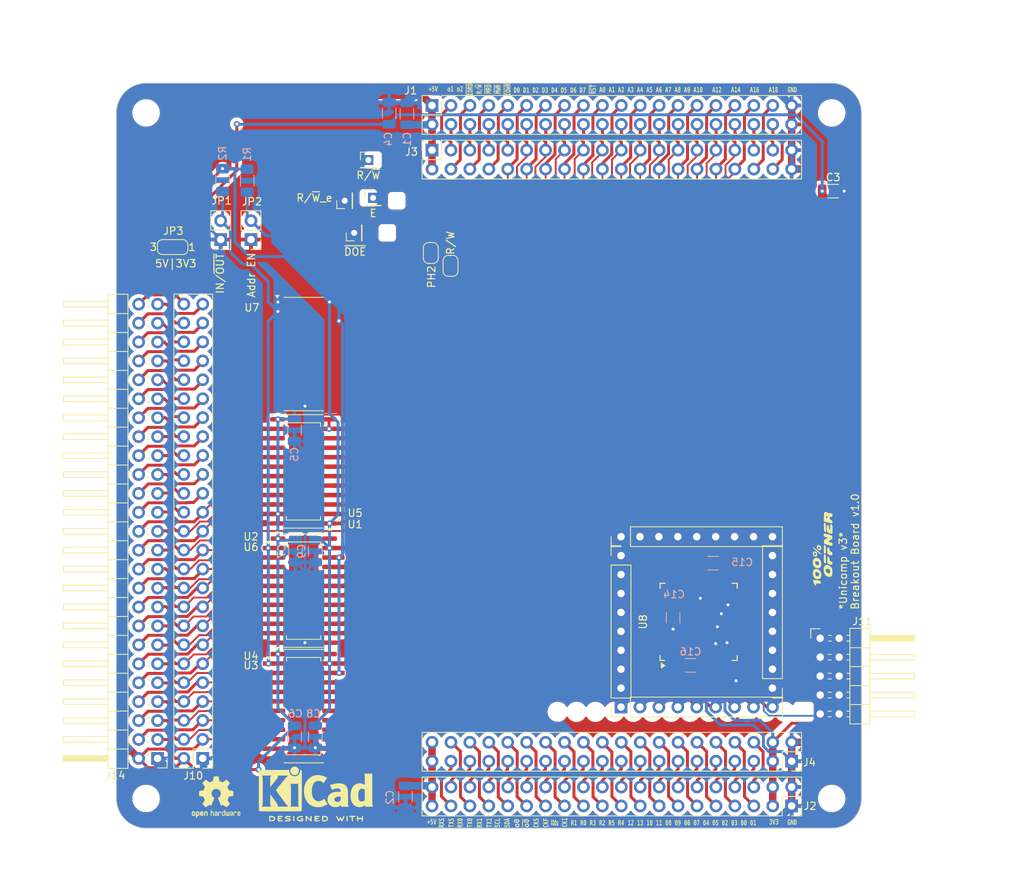
<source format=kicad_pcb>
(kicad_pcb (version 20240108) (generator "pcbnew") (generator_version "8.0")
  (layers (0 "F.Cu" signal) (31 "B.Cu" signal) (34 "B.Paste" user) (35 "F.Paste" user) (36 "B.SilkS" user "B.Silkscreen") (37 "F.SilkS" user "F.Silkscreen") (38 "B.Mask" user) (39 "F.Mask" user) (44 "Edge.Cuts" user))
  (net 0 "")
  (net 1 "GND")
  (net 2 "+5V")
  (net 3 "/A7")
  (net 4 "/A6")
  (net 5 "/A5")
  (net 6 "/A4")
  (net 7 "/A3")
  (net 8 "/A2")
  (net 9 "/A1")
  (net 10 "/A0")
  (net 11 "+3V3")
  (net 12 "/R{slash}~{W}_e")
  (net 13 "/PHI2_e")
  (net 14 "/Bus/~{CE_EXT12}")
  (net 15 "/Bus/~{CE_EXT7}")
  (net 16 "/Bus/~{CE_EXT11}")
  (net 17 "/Bus/~{CE_EXT9}")
  (net 18 "/Bus/~{CE_EXT8}")
  (net 19 "/Bus/~{CE_EXT10}")
  (net 20 "/Bus/~{CE_EXT4}")
  (net 21 "/Bus/~{CE_EXT5}")
  (net 22 "/Bus/~{CE_EXT13}")
  (net 23 "/Bus/~{CE_EXT2}")
  (net 24 "/Bus/~{CE_EXT3}")
  (net 25 "/Bus/~{CE_EXT0}")
  (net 26 "/Bus/~{CE_EXT1}")
  (net 27 "/Bus/~{CE_EXT6}")
  (net 28 "+5VA")
  (net 29 "/Bus/DB7")
  (net 30 "/Bus/DB0")
  (net 31 "/Bus/DB2")
  (net 32 "/Bus/DB6")
  (net 33 "/Bus/DB3")
  (net 34 "/Bus/DB1")
  (net 35 "/Bus/DB5")
  (net 36 "/Bus/DB4")
  (net 37 "/PB2")
  (net 38 "/PA5")
  (net 39 "/PA6")
  (net 40 "/PA2")
  (net 41 "/PB3")
  (net 42 "/PB6")
  (net 43 "/PB0")
  (net 44 "/PA0")
  (net 45 "/PB5")
  (net 46 "/PA4")
  (net 47 "/PB4")
  (net 48 "/PB1")
  (net 49 "/PA1")
  (net 50 "/PA3")
  (net 51 "/E")
  (net 52 "/RW")
  (net 53 "/Pin50")
  (net 54 "/Pin48")
  (net 55 "/Pin45")
  (net 56 "/PA7")
  (net 57 "/~{IRQ2}")
  (net 58 "/~{IRQ}")
  (net 59 "/Pin47")
  (net 60 "/Pin46")
  (net 61 "/Pin49")
  (net 62 "/~{ADDR_EN}")
  (net 63 "/IN{slash}~{OUT}")
  (net 64 "/EA7")
  (net 65 "/EA0")
  (net 66 "/EA6")
  (net 67 "/EA5")
  (net 68 "/EA2")
  (net 69 "/EA3")
  (net 70 "/EA4")
  (net 71 "/EA1")
  (net 72 "/EA15")
  (net 73 "/A8")
  (net 74 "/EA14")
  (net 75 "/EA11")
  (net 76 "/EA12")
  (net 77 "/EA10")
  (net 78 "/A12")
  (net 79 "/EA13")
  (net 80 "/A10")
  (net 81 "/EA9")
  (net 82 "/A11")
  (net 83 "/A9")
  (net 84 "/A13")
  (net 85 "/A15")
  (net 86 "/A14")
  (net 87 "/EA8")
  (net 88 "/~{MRD}")
  (net 89 "/A18")
  (net 90 "/A17")
  (net 91 "/A19")
  (net 92 "/~{IORD}")
  (net 93 "/~{IOWR}")
  (net 94 "/PHI1_e")
  (net 95 "/~{MWR}")
  (net 96 "/A16")
  (net 97 "/~{RST}")
  (net 98 "/TX1")
  (net 99 "/RES3")
  (net 100 "/RES5")
  (net 101 "/TXSTM")
  (net 102 "/RX1")
  (net 103 "/RX0")
  (net 104 "/SDA")
  (net 105 "/RES1")
  (net 106 "/RES0")
  (net 107 "/RES2")
  (net 108 "/CLK1")
  (net 109 "/SCL")
  (net 110 "/TX0")
  (net 111 "/~{BUSFREE}")
  (net 112 "/CLKF")
  (net 113 "/RES4")
  (net 114 "/~{PH0}")
  (net 115 "/PH0")
  (net 116 "/RXSTM")
  (net 117 "/CLKS")
  (net 118 "/~{DOE}")
  (net 119 "/D1")
  (net 120 "/D0")
  (net 121 "/D3")
  (net 122 "/D2")
  (net 123 "/D7")
  (net 124 "/D4")
  (net 125 "/D5")
  (net 126 "/D6")
  (net 127 "VBuffer")
  (net 147 "/TCK")
  (net 148 "/TDI")
  (net 149 "/TMS")
  (net 150 "/TDO")
  (net 151 "/ZZ22")
  (net 152 "/ZZ32")
  (net 153 "/ZZ27")
  (net 154 "/ZZ31")
  (net 155 "/ZZ28")
  (net 156 "/ZZ30")
  (net 157 "/ZZ23")
  (net 158 "/ZZ29")
  (net 159 "/ZZ33")
  (net 160 "/ZZ20")
  (net 161 "/ZZ16")
  (net 162 "/ZZ18")
  (net 163 "/ZZ14")
  (net 164 "/ZZ12")
  (net 165 "/ZZ13")
  (net 166 "/ZZ19")
  (net 167 "/ZZ21")
  (net 168 "/ZZ34")
  (net 169 "/ZZ37")
  (net 170 "/ZZ36")
  (net 171 "/ZZ39")
  (net 172 "/ZZ38")
  (net 173 "/ZZ42")
  (net 174 "/ZZ41")
  (net 175 "/ZZ40")
  (net 176 "/ZZ5")
  (net 177 "/ZZ43")
  (net 178 "/ZZ6")
  (net 179 "/ZZ2")
  (net 180 "/ZZ44")
  (net 181 "/ZZ7")
  (net 182 "/ZZ3")
  (net 183 "/ZZ8")
  (net 184 "/ZZ1")
  (footprint "Connector_PinHeader_2.54mm:PinHeader_2x25_P2.54mm_Vertical" (layer "F.Cu") (at 61.595 140.611774 180)
    (property "Reference" "J10")
    (property "Value" "Conn_02x25_Odd_Even" (hide yes))
  )
  (footprint "Package_SO:SO-20_12.8x7.5mm_P1.27mm" (layer "F.Cu") (at 75.1505 133.604)
    (property "Reference" "U4")
    (property "Value" "SN74LVC245")
  )
  (footprint "Package_SO:SO-24_5.3x15mm_P1.27mm" (layer "F.Cu") (at 75.1505 86.36)
    (property "Reference" "U7")
    (property "Value" "SN74LVCC4245ANSR")
  )
  (footprint "Connector_PinHeader_2.00mm:PinHeader_1x01_P2.00mm_Vertical" (layer "F.Cu") (at 84.455 65.405)
    (property "Reference" "J8" (hide yes))
    (property "Value" "E")
  )
  (footprint "Connector_PinSocket_2.54mm:PinSocket_2x20_P2.54mm_Vertical" (layer "F.Cu") (at 92.367 53 90)
    (property "Reference" "J1")
    (property "Value" "BUS" (hide yes))
  )
  (footprint "Connector_PinHeader_2.54mm:PinHeader_1x09_P2.54mm_Vertical" (layer "F.Cu") (at 117.729 110.871 90)
    (property "Reference" "J12" (hide yes))
    (property "Value" "Conn_01x09" (hide yes))
  )
  (footprint "Package_SO:SO-20_12.8x7.5mm_P1.27mm" (layer "F.Cu") (at 75.108 102.108 180)
    (property "Reference" "U5")
    (property "Value" "SN74LVC245")
  )
  (footprint "Capacitor_SMD:C_1206_3216Metric" (layer "F.Cu") (at 146.2 64.5)
    (property "Reference" "C3")
    (property "Value" "100n")
  )
  (footprint "Jumper:SolderJumper-2_P1.3mm_Bridged_RoundedPad1.0x1.5mm" (layer "F.Cu") (at 94.85 74.525 -90)
    (property "Reference" "JP8" (hide yes))
    (property "Value" "R/W")
  )
  (footprint "Connector_PinHeader_2.00mm:PinHeader_1x01_P2.00mm_Vertical" (layer "F.Cu") (at 83.82 60.325)
    (property "Reference" "J9" (hide yes))
    (property "Value" "R/~{W}")
  )
  (footprint "Connector_PinSocket_2.54mm:PinSocket_2x20_P2.54mm_Vertical" (layer "F.Cu") (at 140.627 141 -90)
    (property "Reference" "J4")
    (property "Value" "Spare" (hide yes))
  )
  (footprint "Connector_PinHeader_2.54mm:PinHeader_1x02_P2.54mm_Vertical" (layer "F.Cu") (at 68.072 70.998 180)
    (property "Reference" "JP2")
    (property "Value" "EN")
  )
  (footprint "Jumper:SolderJumper-3_P1.3mm_Open_RoundedPad1.0x1.5mm_NumberLabels" (layer "F.Cu") (at 57.561 72.009 180)
    (property "Reference" "JP3")
    (property "Value" "Vcc")
  )
  (footprint "Package_SO:SO-24_5.3x15mm_P1.27mm" (layer "F.Cu") (at 75.1505 118.11)
    (property "Reference" "U6")
    (property "Value" "SN74LVCC4245ANSR")
  )
  (footprint "Package_SO:SO-20_12.8x7.5mm_P1.27mm" (layer "F.Cu") (at 75.133 118.11)
    (property "Reference" "U2")
    (property "Value" "SN74LVC245")
  )
  (footprint "Symbol:KiCad-Logo2_6mm_SilkScreen" (layer "F.Cu") (at 76.792514 144.704848)
    (property "Reference" "H5" (hide yes))
    (property "Value" "Logo kicad" (hide yes))
  )
  (footprint "Package_QFP:TQFP-44_10x10mm_P0.8mm" (layer "F.Cu") (at 128.143 122.301 90)
    (property "Reference" "U8")
    (property "Value" "XC9572VQ44")
  )
  (footprint "Connector_PinHeader_2.00mm:PinHeader_1x01_P2.00mm_Vertical" (layer "F.Cu") (at 80.645 65.786 90)
    (property "Reference" "J7" (hide yes))
    (property "Value" "R/~{W}_e")
  )
  (footprint "Connector_PinHeader_2.54mm:PinHeader_2x05_P2.54mm_Horizontal" (layer "F.Cu") (at 144.46 124.5)
    (property "Reference" "J11")
    (property "Value" "JTAG")
  )
  (footprint "Connector_PinHeader_2.54mm:PinHeader_1x09_P2.54mm_Vertical" (layer "F.Cu") (at 117.729 133.731 90)
    (property "Reference" "J16" (hide yes))
    (property "Value" "Conn_01x09" (hide yes))
  )
  (footprint "Symbol:OSHW-Logo2_7.3x6mm_SilkScreen" (layer "F.Cu") (at 63.4 145.8)
    (property "Reference" "H6" (hide yes))
    (property "Value" "Logo Open Source Hardware" (hide yes))
  )
  (footprint "Connector_PinSocket_2.54mm:PinSocket_2x20_P2.54mm_Vertical" (layer "F.Cu") (at 140.627 147 -90)
    (property "Reference" "J2")
    (property "Value" "BUS" (hide yes))
  )
  (footprint "Connector_PinHeader_2.54mm:PinHeader_2x25_P2.54mm_Horizontal" (layer "F.Cu") (at 55.54 140.627 180)
    (property "Reference" "J14")
    (property "Value" "Conn_02x25_Odd_Even" (hide yes))
  )
  (footprint "MountingHole:MountingHole_3.2mm_M3" (layer "F.Cu") (at 146 54)
    (property "Reference" "H3" (hide yes))
    (property "Value" "M3" (hide yes))
  )
  (footprint "Connector_PinHeader_2.00mm:PinHeader_1x01_P2.00mm_Vertical" (layer "F.Cu") (at 81.915 70.104 90)
    (property "Reference" "J6" (hide yes))
    (property "Value" "~{DOE}")
  )
  (footprint "Connector_PinHeader_2.54mm:PinHeader_1x08_P2.54mm_Vertical" (layer "F.Cu") (at 138.049 131.191 180)
    (property "Reference" "J13" (hide yes))
    (property "Value" "Conn_01x08" (hide yes))
  )
  (footprint "Connector_PinSocket_2.54mm:PinSocket_2x20_P2.54mm_Vertical" (layer "F.Cu") (at 92.367 59 90)
    (property "Reference" "J3")
    (property "Value" "Spare" (hide yes))
  )
  (footprint "my_own:Logo_100ProzentOffner_10x2.7mm" (layer "F.Cu") (at 144.78 112.522 90)
    (property "Reference" "G***" (hide yes))
    (property "Value" "LOGO" (hide yes))
  )
  (footprint "Connector_PinHeader_2.54mm:PinHeader_1x08_P2.54mm_Vertical" (layer "F.Cu") (at 117.729 113.411)
    (property "Reference" "J15" (hide yes))
    (property "Value" "Conn_01x08" (hide yes))
  )
  (footprint "Connector_PinHeader_2.54mm:PinHeader_1x02_P2.54mm_Vertical" (layer "F.Cu") (at 64.008 70.998 180)
    (property "Reference" "JP1")
    (property "Value" "IN/OUT")
  )
  (footprint "Jumper:SolderJumper-2_P1.3mm_Bridged_RoundedPad1.0x1.5mm" (layer "F.Cu") (at 92.2 72.8 -90)
    (property "Reference" "JP9" (hide yes))
    (property "Value" "PH2")
  )
  (footprint "Package_SO:SO-24_5.3x15mm_P1.27mm" (layer "F.Cu") (at 75.0905 102.108 180)
    (property "Reference" "U1")
    (property "Value" "SN74LVCC3245ANSR" (hide yes))
  )
  (footprint "MountingHole:MountingHole_3.2mm_M3" (layer "F.Cu") (at 54 54)
    (property "Reference" "H1" (hide yes))
    (property "Value" "M3" (hide yes))
  )
  (footprint "Package_SO:SO-24_5.3x15mm_P1.27mm" (layer "F.Cu") (at 75.1505 133.604)
    (property "Reference" "U3")
    (property "Value" "SN74LVCC4245ANSR")
  )
  (footprint "MountingHole:MountingHole_3.2mm_M3" (layer "F.Cu") (at 54 146)
    (property "Reference" "H2" (hide yes))
    (property "Value" "M3" (hide yes))
  )
  (footprint "MountingHole:MountingHole_3.2mm_M3" (layer "F.Cu") (at 146 146)
    (property "Reference" "H4" (hide yes))
    (property "Value" "M3" (hide yes))
  )
  (footprint "Capacitor_SMD:C_1206_3216Metric" (layer "B.Cu") (at 88.8 145.775 -90)
    (property "Reference" "C2")
    (property "Value" "100n")
  )
  (footprint "Capacitor_SMD:C_1206_3216Metric" (layer "B.Cu") (at 73.914 96.569 -90)
    (property "Reference" "C5")
    (property "Value" "100n" (hide yes))
  )
  (footprint "Capacitor_SMD:C_1206_3216Metric" (layer "B.Cu") (at 124.714 121.744 -90)
    (property "Reference" "C14")
    (property "Value" "100n")
  )
  (footprint "Resistor_SMD:R_1206_3216Metric_Pad1.30x1.75mm_HandSolder" (layer "B.Cu") (at 64.262 63.023 -90)
    (property "Reference" "R2")
    (property "Value" "10k")
  )
  (footprint "Capacitor_SMD:C_1206_3216Metric" (layer "B.Cu") (at 76.708 137.717 -90)
    (property "Reference" "C8")
    (property "Value" "100n")
  )
  (footprint "Capacitor_SMD:C_1206_3216Metric" (layer "B.Cu") (at 127.049 128.143 180)
    (property "Reference" "C16")
    (property "Value" "100n")
  )
  (footprint "Capacitor_SMD:C_1206_3216Metric" (layer "B.Cu") (at 76.708 112.825 -90)
    (property "Reference" "C9")
    (property "Value" "100n")
  )
  (footprint "Resistor_SMD:R_1206_3216Metric_Pad1.30x1.75mm_HandSolder" (layer "B.Cu") (at 67.564 63.098 -90)
    (property "Reference" "R1")
    (property "Value" "10k")
  )
  (footprint "Capacitor_SMD:C_1206_3216Metric" (layer "B.Cu") (at 89 54.125 90)
    (property "Reference" "C1")
    (property "Value" "100n" (hide yes))
  )
  (footprint "Capacitor_SMD:C_1206_3216Metric" (layer "B.Cu") (at 74.041 112.825 -90)
    (property "Reference" "C7")
    (property "Value" "100n")
  )
  (footprint "Capacitor_SMD:C_1206_3216Metric" (layer "B.Cu") (at 73.914 137.717 -90)
    (property "Reference" "C6")
    (property "Value" "100n")
  )
  (footprint "Capacitor_SMD:C_1206_3216Metric" (layer "B.Cu") (at 130.097 114.427)
    (property "Reference" "C15")
    (property "Value" "100n")
  )
  (footprint "Capacitor_SMD:C_1206_3216Metric" (layer "B.Cu") (at 86.614 54.053 90)
    (property "Reference" "C4")
    (property "Value" "100n" (hide yes))
  )
  (gr_line (start 50 54) (end 50 146) (stroke (width 0.1)) (layer "Edge.Cuts"))
  (gr_arc (start 50 54) (mid 51.171571 51.17157) (end 54 50) (stroke (width 0.1)) (layer "Edge.Cuts"))
  (gr_arc (start 146 50) (mid 148.828425 51.171573) (end 150 54) (stroke (width 0.1)) (layer "Edge.Cuts"))
  (gr_arc (start 150 146) (mid 148.828425 148.828424) (end 146 149.999995) (stroke (width 0.1)) (layer "Edge.Cuts"))
  (gr_line (start 150 146) (end 150 54) (stroke (width 0.1)) (layer "Edge.Cuts"))
  (gr_line (start 146 50) (end 54 50) (stroke (width 0.1)) (layer "Edge.Cuts"))
  (gr_arc (start 54 150) (mid 51.171571 148.828427) (end 50 146) (stroke (width 0.1)) (layer "Edge.Cuts"))
  (gr_line (start 146 150) (end 54 150) (stroke (width 0.1)) (layer "Edge.Cuts"))
  (gr_text "TXS" (at 95.4 149.9 90) (layer "F.SilkS") (effects (font (size 0.7 0.5) (thickness 0.1) (bold yes)) (justify left bottom)))
  (gr_text "CKF" (at 108.1 149.9 90) (layer "F.SilkS") (effects (font (size 0.7 0.5) (thickness 0.1) (bold yes)) (justify left bottom)))
  (gr_text "+5V   o1 o2" (at 91.8972 51.2572 0) (layer "F.SilkS") (effects (font (size 0.7 0.5) (thickness 0.1) (bold yes)) (justify left bottom)))
  (gr_text "TX0" (at 97.9 149.9 90) (layer "F.SilkS") (effects (font (size 0.7 0.5) (thickness 0.1) (bold yes)) (justify left bottom)))
  (gr_text "SCL" (at 101.6 149.9 90) (layer "F.SilkS") (effects (font (size 0.7 0.5) (thickness 0.1) (bold yes)) (justify left bottom)))
  (gr_text "3V3" (at 137.6172 149.606 0) (layer "F.SilkS") (effects (font (size 0.7 0.5) (thickness 0.1) (bold yes)) (justify left bottom)))
  (gr_text "R/~{W}" (at 99.1616 51.4604 90) (layer "F.SilkS") (effects (font (size 0.7 0.5) (thickness 0.1) (bold yes)) (justify left bottom)))
  (gr_text "~{BF}" (at 109.41174 149.658466 90) (layer "F.SilkS") (effects (font (size 0.7 0.5) (thickness 0.1) (bold yes)) (justify left bottom)))
  (gr_text "~{RST}" (at 114.4524 51.4604 90) (layer "F.SilkS") (effects (font (size 0.7 0.5) (thickness 0.1) (bold yes)) (justify left bottom)))
  (gr_text "~{o0}" (at 105.5 149.9 90) (layer "F.SilkS") (effects (font (size 0.7 0.7) (thickness 0.1) (bold yes)) (justify left bottom)))
  (gr_text "~{IOWR}" (at 103.0224 51.7144 90) (layer "F.SilkS") (effects (font (size 0.7 0.5) (thickness 0.1) (bold yes)) (justify left bottom)))
  (gr_text "D0 D1 D2 D3 D4 D5 D6 D7" (at 103.3272 51.4096 0) (layer "F.SilkS") (effects (font (size 0.7 0.5) (thickness 0.1) (bold yes)) (justify left bottom)))
  (gr_text "*Unicomp v3*\nBreakout Board v1.0" (at 148.3416 120.753995 90) (layer "F.SilkS") (effects (font (size 1 1)) (justify left)))
  (gr_text "RXS" (at 94.1 149.9 90) (layer "F.SilkS") (effects (font (size 0.7 0.5) (thickness 0.1) (bold yes)) (justify left bottom)))
  (gr_text "+5V" (at 91.694 149.606 0) (layer "F.SilkS") (effects (font (size 0.7 0.5) (thickness 0.1) (bold yes)) (justify left bottom)))
  (gr_text "5V|3V3\n" (at 55.118 74.803 0) (layer "F.SilkS") (effects (font (size 1 1)) (justify left bottom)))
  (gr_text "SDA" (at 102.9 149.9 90) (layer "F.SilkS") (effects (font (size 0.7 0.5) (thickness 0.1) (bold yes)) (justify left bottom)))
  (gr_text "RX0" (at 96.6 149.9 90) (layer "F.SilkS") (effects (font (size 0.7 0.5) (thickness 0.1) (bold yes)) (justify left bottom)))
  (gr_text "~{MRD}\n" (at 100.4316 51.4096 90) (layer "F.SilkS") (effects (font (size 0.7 0.5) (thickness 0.1) (bold yes)) (justify left bottom)))
  (gr_text "RX1" (at 99.2 149.9 90) (layer "F.SilkS") (effects (font (size 0.7 0.5) (thickness 0.1) (bold yes)) (justify left bottom)))
  (gr_text "Addr EN" (at 68.707 78.867 90) (layer "F.SilkS") (effects (font (size 1 1)) (justify left bottom)))
  (gr_text "R1 R0 R3 R2 R5 R4" (at 110.998 149.733 0) (layer "F.SilkS") (effects (font (size 0.7 0.5) (thickness 0.1) (bold yes)) (justify left bottom)))
  (gr_text "o0" (at 104.2 149.9 90) (layer "F.SilkS") (effects (font (size 0.7 0.7) (thickness 0.1) (bold yes)) (justify left bottom)))
  (gr_text "~{MWR}" (at 101.7016 51.4604 90) (layer "F.SilkS") (effects (font (size 0.7 0.5) (thickness 0.1) (bold yes)) (justify left bottom)))
  (gr_text "~{IORD}" (at 97.9424 51.7144 90) (layer "F.SilkS") (effects (font (size 0.7 0.5) (thickness 0.1) (bold yes)) (justify left bottom)))
  (gr_text "12 13 10 11 08 09 06 07 04 05 02 03 00 01" (at 118.618 149.733 0) (layer "F.SilkS") (effects (font (size 0.7 0.5) (thickness 0.1) (bold yes)) (justify left bottom)))
  (gr_text "IN/~{OUT}" (at 64.516 78.359 90) (layer "F.SilkS") (effects (font (size 1 1)) (justify left bottom)))
  (gr_text "CKS" (at 106.8 149.9 90) (layer "F.SilkS") (effects (font (size 0.7 0.5) (thickness 0.1) (bold yes)) (justify left bottom)))
  (gr_text "TX1" (at 100.5 149.9 90) (layer "F.SilkS") (effects (font (size 0.7 0.5) (thickness 0.1) (bold yes)) (justify left bottom)))
  (gr_text "CK1" (at 110.617 149.86 90) (layer "F.SilkS") (effects (font (size 0.7 0.5) (thickness 0.1) (bold yes)) (justify left bottom)))
  (gr_text "A0 A1 A2 A3 A4 A5 A6 A7 A8 A9 A10   A12   A14   A16   A18   GND\n" (at 114.808 51.3588 0) (layer "F.SilkS") (effects (font (size 0.7 0.5) (thickness 0.1) (bold yes)) (justify left bottom)))
  (gr_text "GND" (at 140.0556 149.6568 0) (layer "F.SilkS") (effects (font (size 0.7 0.5) (thickness 0.1) (bold yes)) (justify left bottom)))
  (segment (start 78.613 140.589) (end 71.688 140.589) (width 0.4) (layer "F.Cu") (net 1))
  (segment (start 149.5 121.666) (end 149.5 125.222) (width 1) (layer "F.Cu") (net 1))
  (segment (start 147.65 64.5) (end 149.5 64.5) (width 1) (layer "F.Cu") (net 1))
  (segment (start 148.778 124.5) (end 149.5 125.222) (width 0.4) (layer "F.Cu") (net 1))
  (segment (start 77.978 140.589) (end 76.581 139.192) (width 0.4) (layer "F.Cu") (net 1))
  (segment (start 75.311 93.345) (end 71.688 93.345) (width 0.4) (layer "F.Cu") (net 1))
  (segment (start 147.14 138.46) (end 140.627 138.46) (width 1) (layer "F.Cu") (net 1))
  (segment (start 140.627 53) (end 140.627 61.54) (width 1) (layer "F.Cu") (net 1))
  (segment (start 149.5 125.222) (end 149.5 135.255) (width 1) (layer "F.Cu") (net 1))
  (segment (start 147 124.5) (end 148.778 124.5) (width 0.4) (layer "F.Cu") (net 1))
  (segment (start 140.627 138.46) (end 140.627 147) (width 1) (layer "F.Cu") (net 1))
  (segment (start 72.517 140.589) (end 73.914 139.192) (width 0.4) (layer "F.Cu") (net 1))
  (segment (start 78.613 93.345) (end 75.311 93.345) (width 0.4) (layer "F.Cu") (net 1))
  (segment (start 148.905 134.66) (end 149.5 135.255) (width 0.4) (layer "F.Cu") (net 1))
  (segment (start 147.94 61.54) (end 149.5 63.1) (width 1) (layer "F.Cu") (net 1))
  (segment (start 73.914002 139.192) (end 72.494228 140.611774) (width 0.4) (layer "F.Cu") (net 1))
  (segment (start 126.518 125.073792) (end 124.714 123.269792) (width 0.4) (layer "F.Cu") (net 1))
  (segment (start 133.818 122.3368) (end 132.319 122.3368) (width 0.4) (layer "F.Cu") (net 1))
  (segment (start 71.688 92.075) (end 71.688 93.345) (width 0.4) (layer "F.Cu") (net 1))
  (segment (start 130.518 120.5358) (end 131.191 121.2088) (width 0.4) (layer "F.Cu") (net 1))
  (segment (start 140.627 61.54) (end 147.94 61.54) (width 1) (layer "F.Cu") (net 1))
  (segment (start 149.5 64.5) (end 149.5 121.666) (width 1) (layer "F.Cu") (net 1))
  (segment (start 149.5 63.1) (end 149.5 64.5) (width 1) (layer "F.Cu") (net 1))
  (segment (start 72.494228 140.611774) (end 61.595 140.611774) (width 0.4) (layer "F.Cu") (net 1))
  (segment (start 132.319 122.3368) (end 131.191 121.2088) (width 0.4) (layer "F.Cu") (net 1))
  (segment (start 71.688 140.589) (end 72.517 140.589) (width 0.4) (layer "F.Cu") (net 1))
  (segment (start 125.261008 123.8168) (end 124.714 123.269792) (width 0.4) (layer "F.Cu") (net 1))
  (segment (start 67.818 70.998) (end 64.008 70.998) (width 0.4) (layer "F.Cu") (net 1))
  (segment (start 126.518 128.0368) (end 126.518 125.073792) (width 0.4) (layer "F.Cu") (net 1))
  (segment (start 149.5 135.255) (end 149.5 136.1) (width 1) (layer "F.Cu") (net 1))
  (segment (start 130.518 116.6368) (end 130.518 120.5358) (width 0.4) (layer "F.Cu") (net 1))
  (segment (start 71.688 123.825) (end 71.688 125.095) (width 0.4) (layer "F.Cu") (net 1))
  (segment (start 149.5 136.1) (end 147.14 138.46) (width 1) (layer "F.Cu") (net 1))
  (segment (start 71.688 125.095) (end 78.613 125.095) (width 0.4) (layer "F.Cu") (net 1))
  (segment (start 147 134.66) (end 148.905 134.66) (width 0.4) (layer "F.Cu") (net 1))
  (segment (start 78.613 140.589) (end 77.978 140.589) (width 0.4) (layer "F.Cu") (net 1))
  (segment (start 78.553 95.123) (end 78.553 96.393) (width 0.4) (layer "F.Cu") (net 1))
  (segment (start 71.688 139.319) (end 71.688 140.589) (width 0.4) (layer "F.Cu") (net 1))
  (via (at 131.191 121.2088) (size 0.8) (drill 0.4) (layers "F.Cu" "B.Cu") (net 1))
  (via (at 75.311 125.095) (size 0.8) (drill 0.4) (layers "F.Cu" "B.Cu") (net 1))
  (via (at 73.914002 139.192) (size 0.8) (drill 0.4) (layers "F.Cu" "B.Cu") (net 1))
  (via (at 78.553 96.393) (size 0.8) (drill 0.4) (layers "F.Cu" "B.Cu") (net 1))
  (via (at 147.675 64.5) (size 0.8) (drill 0.4) (layers "F.Cu" "B.Cu") (net 1))
  (via (at 124.714 123.269792) (size 0.8) (drill 0.4) (layers "F.Cu" "B.Cu") (net 1))
  (via (at 76.708002 139.192) (size 0.8) (drill 0.4) (layers "F.Cu" "B.Cu") (net 1))
  (via (at 75.311 93.345) (size 0.8) (drill 0.4) (layers "F.Cu" "B.Cu") (net 1))
  (segment (start 90.85 50.8) (end 89 52.65) (width 1) (layer "B.Cu") (net 1))
  (segment (start 65.46 52.65) (end 60.706 57.404) (width 0.4) (layer "B.Cu") (net 1))
  (segment (start 125.574 128.143) (end 125.574 124.079) (width 0.4) (layer "B.Cu") (net 1))
  (segment (start 65.95 149.175) (end 86.875 149.175) (width 1) (layer "B.Cu") (net 1))
  (segment (start 75.311 115.57) (end 75.311 125.095) (width 0.4) (layer "B.Cu") (net 1))
  (segment (start 140.627 147) (end 138.427 149.2) (width 1) (layer "B.Cu") (net 1))
  (segment (start 57.413 142.5) (end 61.232081 142.5) (width 1) (layer "B.Cu") (net 1))
  (segment (start 61.232081 142.5) (end 61.722 142.010081) (width 1) (layer "B.Cu") (net 1))
  (segment (start 75.311 139.192) (end 75.311 125.095) (width 0.4) (layer "B.Cu") (net 1))
  (segment (start 135.509 136.144) (end 136.837 137.472) (width 0.4) (layer "B.Cu") (net 1))
  (segment (start 75.311 139.192) (end 76.708 139.192) (width 0.4) (layer "B.Cu") (net 1))
  (segment (start 125.574 124.079) (end 124.714 123.219) (width 0.4) (layer "B.Cu") (net 1))
  (segment (start 62.9 149.175) (end 55.54 141.815) (width 1) (layer "B.Cu") (net 1))
  (segment (start 125.574 128.143) (end 129.179 131.748) (width 0.4) (layer "B.Cu") (net 1))
  (segment (start 129.179 134.248767) (end 131.074233 136.144) (width 0.4) (layer "B.Cu") (net 1))
  (segment (start 75.468 115.54) (end 75.341 115.54) (width 0.4) (layer "B.Cu") (net 1))
  (segment (start 140.627 53) (end 138.427 50.8) (width 1) (layer "B.Cu") (net 1))
  (segment (start 124.714 123.2698) (end 126.775 121.2088) (width 0.4) (layer "B.Cu") (net 1))
  (segment (start 131.191 114.8588) (end 131.191 121.2088) (width 0.4) (layer "B.Cu") (net 1))
  (segment (start 89 52.65) (end 86.686 52.65) (width 0.4) (layer "B.Cu") (net 1))
  (segment (start 75.341 115.54) (end 75.341 99.471) (width 0.4) (layer "B.Cu") (net 1))
  (segment (start 126.775 121.2088) (end 131.191 121.2088) (width 0.4) (layer "B.Cu") (net 1))
  (segment (start 75.341 99.471) (end 75.311 99.441) (width 0.4) (layer "B.Cu") (net 1))
  (segment (start 138.427 149.2) (end 90.75 149.2) (width 1) (layer "B.Cu") (net 1))
  (segment (start 136.837 138.977767) (end 137.569233 139.71) (width 0.4) (layer "B.Cu") (net 1))
  (segment (start 76.581 96.393) (end 78.553 96.393) (width 0.25) (layer "B.Cu") (net 1))
  (segment (start 75.311 115.57) (end 75.341 115.54) (width 0.4) (layer "B.Cu") (net 1))
  (segment (start 55.54 140.627) (end 57.413 142.5) (width 1) (layer "B.Cu") (net 1))
  (segment (start 138.427 50.8) (end 90.85 50.8) (width 1) (layer "B.Cu") (net 1))
  (segment (start 73.914 139.192) (end 75.311 139.192) (width 0.4) (layer "B.Cu") (net 1))
  (segment (start 75.311 99.441) (end 75.311 97.663) (width 0.4) (layer "B.Cu") (net 1))
  (segment (start 89 52.65) (end 65.46 52.65) (width 0.4) (layer "B.Cu") (net 1))
  (segment (start 86.686 52.65) (end 86.614 52.578) (width 0.4) (layer "B.Cu") (net 1))
  (segment (start 75.311 97.663) (end 75.311 93.345) (width 0.4) (layer "B.Cu") (net 1))
  (segment (start 90.75 149.2) (end 88.8 147.25) (width 1) (layer "B.Cu") (net 1))
  (segment (start 129.179 131.748) (end 129.179 134.248767) (width 0.4) (layer "B.Cu") (net 1))
  (segment (start 76.708 114.3) (end 75.468 115.54) (width 0.4) (layer "B.Cu") (net 1))
  (segment (start 131.074233 136.144) (end 135.509 136.144) (width 0.4) (layer "B.Cu") (net 1))
  (segment (start 60.706 57.404) (end 60.706 67.696) (width 0.4) (layer "B.Cu") (net 1))
  (segment (start 75.311 99.441) (end 73.914 98.044) (width 0.4) (layer "B.Cu") (net 1))
  (segment (start 61.722 142.010081) (end 61.722 140.6144) (width 1) (layer "B.Cu") (net 1))
  (segment (start 74.041 114.3) (end 75.311 115.57) (width 0.4) (layer "B.Cu") (net 1))
  (segment (start 65.95 149.175) (end 62.9 149.175) (width 1) (layer "B.Cu") (net 1))
  (segment (start 75.311 97.663) (end 76.581 96.393) (width 0.25) (layer "B.Cu") (net 1))
  (segment (start 139.337 139.71) (end 140.627 141) (width 0.4) (layer "B.Cu") (net 1))
  (segment (start 55.54 141.815) (end 55.54 140.627) (width 1) (layer "B.Cu") (net 1))
  (segment (start 131.572 114.4778) (end 131.191 114.8588) (width 0.4) (layer "B.Cu") (net 1))
  (segment (start 60.706 67.696) (end 64.008 70.998) (width 0.4) (layer "B.Cu") (net 1))
  (segment (start 136.837 137.472) (end 136.837 138.977767) (width 0.4) (layer "B.Cu") (net 1))
  (segment (start 137.569233 139.71) (end 139.337 139.71) (width 0.4) (layer "B.Cu") (net 1))
  (segment (start 86.875 149.175) (end 88.8 147.25) (width 1) (layer "B.Cu") (net 1))
  (segment (start 53 140.627) (end 54.25 141.877) (width 0.4) (layer "F.Cu") (net 2))
  (segment (start 54.25 139.377) (end 56.6946 139.377) (width 0.4) (layer "F.Cu") (net 2))
  (segment (start 91.017 51.65) (end 92.367 53) (width 1) (layer "F.Cu") (net 2))
  (segment (start 70.358 107.823) (end 71.628 107.823) (width 0.4) (layer "F.Cu") (net 2))
  (segment (start 50.8 74.5) (end 50.8 138.427) (width 1) (layer "F.Cu") (net 2))
  (segment (start 71.628 107.823) (end 71.628 109.093) (width 0.4) (layer "F.Cu") (net 2))
  (segment (start 59.055 140.611774) (end 60.556226 142.113) (width 0.4) (layer "F.Cu") (net 2))
  (segment (start 52.21 71.755) (end 52.21 73.09) (width 1) (layer "F.Cu") (net 2))
  (segment (start 59.925 51.65) (end 91.017 51.65) (width 1) (layer "F.Cu") (net 2))
  (segment (start 53 140.627) (end 54.25 139.377) (width 0.4) (layer "F.Cu") (net 2))
  (segment (start 56.6946 139.377) (end 57.932 140.6144) (width 0.4) (layer "F.Cu") (net 2))
  (segment (start 92.367 53) (end 92.367 61.54) (width 1) (layer "F.Cu") (net 2))
  (segment (start 52.21 64.76) (end 52.21 71.755) (width 1) (layer "F.Cu") (net 2))
  (segment (start 58.355 56.855) (end 57.42 56.855) (width 1) (layer "F.Cu") (net 2))
  (segment (start 57.42 56.855) (end 52.21 62.065) (width 1) (layer "F.Cu") (net 2))
  (segment (start 56.261 72.009) (end 52.464 72.009) (width 0.4) (layer "F.Cu") (net 2))
  (segment (start 60.556226 142.113) (end 69.088 142.113) (width 0.4) (layer "F.Cu") (net 2))
  (segment (start 52.21 73.09) (end 50.8 74.5) (width 1) (layer "F.Cu") (net 2))
  (segment (start 52.21 62.065) (end 52.21 64.76) (width 1) (layer "F.Cu") (net 2))
  (segment (start 50.8 138.427) (end 53 140.627) (width 1) (layer "F.Cu") (net 2))
  (segment (start 54.25 141.877) (end 57.9194 141.877) (width 0.4) (layer "F.Cu") (net 2))
  (segment (start 58.355 53.22) (end 59.925 51.65) (width 1) (layer "F.Cu") (net 2))
  (segment (start 58.355 56.855) (end 58.355 53.22) (width 1) (layer "F.Cu") (net 2))
  (segment (start 52.464 72.009) (end 52.21 71.755) (width 0.4) (layer "F.Cu") (net 2))
  (segment (start 57.932 140.6144) (end 59.182 140.6144) (width 0.4) (layer "F.Cu") (net 2))
  (segment (start 57.9194 141.877) (end 59.182 140.6144) (width 0.4) (layer "F.Cu") (net 2))
  (via (at 71.688 79.375) (size 0.8) (drill 0.4) (layers "F.Cu" "B.Cu") (net 2))
  (via (at 69.088 142.113) (size 0.8) (drill 0.4) (layers "F.Cu" "B.Cu") (net 2))
  (via (at 71.688 111.125) (size 0.8) (drill 0.4) (layers "F.Cu" "B.Cu") (net 2))
  (via (at 71.688 107.823) (size 0.8) (drill 0.4) (layers "F.Cu" "B.Cu") (net 2))
  (via (at 71.688 95.123) (size 0.8) (drill 0.4) (layers "F.Cu" "B.Cu") (net 2))
  (via (at 71.688 126.619) (size 0.8) (drill 0.4) (layers "F.Cu" "B.Cu") (net 2))
  (segment (start 73.914 136.115) (end 71.688 133.889) (width 0.4) (layer "B.Cu") (net 2))
  (segment (start 72.517 79.375) (end 71.688 79.375) (width 0.4) (layer "B.Cu") (net 2))
  (segment (start 69.088 141.068) (end 73.914 136.242) (width 0.4) (layer "B.Cu") (net 2))
  (segment (start 69.088 142.113) (end 69.088 141.068) (width 0.4) (layer "B.Cu") (net 2))
  (segment (start 71.688 107.823) (end 71.688 95.123) (width 0.4) (layer "B.Cu") (net 2))
  (segment (start 71.688 126.619) (end 71.688 111.125) (width 0.4) (layer "B.Cu") (net 2))
  (segment (start 73.914 136.242) (end 73.914 136.115) (width 0.4) (layer "B.Cu") (net 2))
  (segment (start 89 55.6) (end 92.307 55.6) (width 1) (layer "B.Cu") (net 2))
  (segment (start 71.717 95.094) (end 71.688 95.123) (width 0.4) (layer "B.Cu") (net 2))
  (segment (start 71.688 111.125) (end 71.688 107.823) (width 0.4) (layer "B.Cu") (net 2))
  (segment (start 74.041 111.35) (end 71.913 111.35) (width 0.4) (layer "B.Cu") (net 2))
  (segment (start 71.688 133.889) (end 71.688 126.619) (width 0.4) (layer "B.Cu") (net 2))
  (segment (start 73.914 80.772) (end 72.517 79.375) (width 0.4) (layer "B.Cu") (net 2))
  (segment (start 73.914 95.094) (end 71.717 95.094) (width 0.4) (layer "B.Cu") (net 2))
  (segment (start 73.914 95.094) (end 73.914 80.772) (width 0.4) (layer "B.Cu") (net 2))
  (segment (start 71.913 111.35) (end 71.688 111.125) (width 0.4) (layer "B.Cu") (net 2))
  (segment (start 80.333 123.825) (end 88.729 115.429) (width 0.25) (layer "F.Cu") (net 3))
  (segment (start 88.729 101.124832) (end 122.847 67.006832) (width 0.25) (layer "F.Cu") (net 3))
  (segment (start 122.855 55.535) (end 122.855 56.752) (width 0.4) (layer "F.Cu") (net 3))
  (segment (start 122.855 56.752) (end 124.105 58.002) (width 0.4) (layer "F.Cu") (net 3))
  (segment (start 122.847 67.006832) (end 122.847 61.54) (width 0.25) (layer "F.Cu") (net 3))
  (segment (start 88.729 115.429) (end 88.729 101.124832) (width 0.25) (layer "F.Cu") (net 3))
  (segment (start 124.105 58.002) (end 124.105 59.509767) (width 0.4) (layer "F.Cu") (net 3))
  (segment (start 122.855 60.759767) (end 122.855 61.535) (width 0.4) (layer "F.Cu") (net 3))
  (segment (start 79.883 123.825) (end 80.333 123.825) (width 0.25) (layer "F.Cu") (net 3))
  (segment (start 124.105 59.509767) (end 122.855 60.759767) (width 0.4) (layer "F.Cu") (net 3))
  (segment (start 122.855 57.927) (end 122.855 58.995) (width 0.4) (layer "F.Cu") (net 4))
  (segment (start 80.333 122.555) (end 88.279 114.609) (width 0.25) (layer "F.Cu") (net 4))
  (segment (start 121.595 56.667) (end 122.855 57.927) (width 0.4) (layer "F.Cu") (net 4))
  (segment (start 121.597 61.022233) (end 122.847 59.772233) (width 0.25) (layer "F.Cu") (net 4))
  (segment (start 120.757 63.774) (end 121.597 62.934) (width 0.25) (layer "F.Cu") (net 4))
  (segment (start 122.855 52.995) (end 121.595 54.255) (width 0.4) (layer "F.Cu") (net 4))
  (segment (start 121.597 62.934) (end 121.597 61.022233) (width 0.25) (layer "F.Cu") (net 4))
  (segment (start 79.883 122.555) (end 80.333 122.555) (width 0.25) (layer "F.Cu") (net 4))
  (segment (start 121.595 54.255) (end 121.595 56.667) (width 0.4) (layer "F.Cu") (net 4))
  (segment (start 122.847 59.772233) (end 122.847 59) (width 0.25) (layer "F.Cu") (net 4))
  (segment (start 88.279 100.938436) (end 120.757 68.460436) (width 0.25) (layer "F.Cu") (net 4))
  (segment (start 120.757 68.460436) (end 120.757 63.774) (width 0.25) (layer "F.Cu") (net 4))
  (segment (start 88.279 114.609) (end 88.279 100.938436) (width 0.25) (layer "F.Cu") (net 4))
  (segment (start 120.312 61.458705) (end 120.312 61.542) (width 0.4) (layer "F.Cu") (net 5))
  (segment (start 120.312 55.542) (end 120.312 56.759) (width 0.4) (layer "F.Cu") (net 5))
  (segment (start 80.333 121.285) (end 87.829 113.789) (width 0.25) (layer "F.Cu") (net 5))
  (segment (start 79.883 121.285) (end 80.333 121.285) (width 0.25) (layer "F.Cu") (net 5))
  (segment (start 87.829 100.75204) (end 120.307 68.27404) (width 0.25) (layer "F.Cu") (net 5))
  (segment (start 87.829 113.789) (end 87.829 100.75204) (width 0.25) (layer "F.Cu") (net 5))
  (segment (start 120.312 56.759) (end 121.562 58.009) (width 0.4) (layer "F.Cu") (net 5))
  (segment (start 121.562 60.208705) (end 120.312 61.458705) (width 0.4) (layer "F.Cu") (net 5))
  (segment (start 121.562 58.009) (end 121.562 60.208705) (width 0.4) (layer "F.Cu") (net 5))
  (segment (start 120.307 68.27404) (end 120.307 61.54) (width 0.25) (layer "F.Cu") (net 5))
  (segment (start 87.379 100.565644) (end 108.377 79.567644) (width 0.25) (layer "F.Cu") (net 6))
  (segment (start 120.307 59.525) (end 120.307 59) (width 0.25) (layer "F.Cu") (net 6))
  (segment (start 108.377 74.415396) (end 118.942 63.850396) (width 0.25) (layer "F.Cu") (net 6))
  (segment (start 80.333 120.015) (end 87.379 112.969) (width 0.25) (layer "F.Cu") (net 6))
  (segment (start 79.883 120.015) (end 80.333 120.015) (width 0.25) (layer "F.Cu") (net 6))
  (segment (start 119.05 56.672) (end 120.312 57.934) (width 0.4) (layer "F.Cu") (net 6))
  (segment (start 120.312 53.002) (end 119.05 54.264) (width 0.4) (layer "F.Cu") (net 6))
  (segment (start 87.379 112.969) (end 87.379 100.565644) (width 0.25) (layer "F.Cu") (net 6))
  (segment (start 120.312 57.934) (end 120.312 59.002) (width 0.4) (layer "F.Cu") (net 6))
  (segment (start 118.942 63.850396) (end 118.942 60.89) (width 0.25) (layer "F.Cu") (net 6))
  (segment (start 118.942 60.89) (end 120.307 59.525) (width 0.25) (layer "F.Cu") (net 6))
  (segment (start 108.377 79.567644) (end 108.377 74.415396) (width 0.25) (layer "F.Cu") (net 6))
  (segment (start 119.05 54.264) (end 119.05 56.672) (width 0.4) (layer "F.Cu") (net 6))
  (segment (start 86.929 112.149) (end 86.929 100.379248) (width 0.25) (layer "F.Cu") (net 7))
  (segment (start 117.767 64.389) (end 117.767 61.54) (width 0.25) (layer "F.Cu") (net 7))
  (segment (start 80.333 118.745) (end 86.929 112.149) (width 0.25) (layer "F.Cu") (net 7))
  (segment (start 117.775 55.528) (end 117.775 56.745) (width 0.4) (layer "F.Cu") (net 7))
  (segment (start 119.025 57.995) (end 119.025 59.958472) (width 0.4) (layer "F.Cu") (net 7))
  (segment (start 79.883 118.745) (end 80.333 118.745) (width 0.25) (layer "F.Cu") (net 7))
  (segment (start 117.775 56.745) (end 119.025 57.995) (width 0.4) (layer "F.Cu") (net 7))
  (segment (start 107.927 74.229) (end 117.767 64.389) (width 0.25) (layer "F.Cu") (net 7))
  (segment (start 119.025 59.958472) (end 117.775 61.208472) (width 0.4) (layer "F.Cu") (net 7))
  (segment (start 107.927 79.381248) (end 107.927 74.229) (width 0.25) (layer "F.Cu") (net 7))
  (segment (start 117.775 61.208472) (end 117.775 61.314538) (width 0.4) (layer "F.Cu") (net 7))
  (segment (start 86.929 100.379248) (end 107.927 79.381248) (width 0.25) (layer "F.Cu") (net 7))
  (segment (start 116.515 54.248) (end 116.515 56.66) (width 0.4) (layer "F.Cu") (net 8))
  (segment (start 107.477 79.194852) (end 86.479 100.192852) (width 0.25) (layer "F.Cu") (net 8))
  (segment (start 116.515 56.66) (end 117.775 57.92) (width 0.4) (layer "F.Cu") (net 8))
  (segment (start 80.333 117.475) (end 79.883 117.475) (width 0.25) (layer "F.Cu") (net 8))
  (segment (start 117.775 52.988) (end 116.515 54.248) (width 0.4) (layer "F.Cu") (net 8))
  (segment (start 86.479 100.192852) (end 86.479 111.329) (width 0.25) (layer "F.Cu") (net 8))
  (segment (start 117.775 57.92) (end 117.775 58.988) (width 0.4) (layer "F.Cu") (net 8))
  (segment (start 117.767 59) (end 116.517 60.25) (width 0.25) (layer "F.Cu") (net 8))
  (segment (start 86.479 111.329) (end 80.333 117.475) (width 0.25) (layer "F.Cu") (net 8))
  (segment (start 107.477 73.767356) (end 107.477 79.194852) (width 0.25) (layer "F.Cu") (net 8))
  (segment (start 116.517 64.727356) (end 107.477 73.767356) (width 0.25) (layer "F.Cu") (net 8))
  (segment (start 116.517 60.25) (end 116.517 64.727356) (width 0.25) (layer "F.Cu") (net 8))
  (segment (start 115.232 56.752) (end 116.482 58.002) (width 0.4) (layer "F.Cu") (net 9))
  (segment (start 80.333 116.205) (end 86.029 110.509) (width 0.25) (layer "F.Cu") (net 9))
  (segment (start 107.027 73.58096) (end 115.227 65.38096) (width 0.25) (layer "F.Cu") (net 9))
  (segment (start 86.029 100.006456) (end 107.027 79.008456) (width 0.25) (layer "F.Cu") (net 9))
  (segment (start 79.883 116.205) (end 80.333 116.205) (width 0.25) (layer "F.Cu") (net 9))
  (segment (start 115.227 65.38096) (end 115.227 61.54) (width 0.25) (layer "F.Cu") (net 9))
  (segment (start 107.027 79.008456) (end 107.027 73.58096) (width 0.25) (layer "F.Cu") (net 9))
  (segment (start 116.482 58.002) (end 116.482 59.542538) (width 0.4) (layer "F.Cu") (net 9))
  (segment (start 115.232 60.792538) (end 115.232 61.535) (width 0.4) (layer "F.Cu") (net 9))
  (segment (start 115.232 55.535) (end 115.232 56.752) (width 0.4) (layer "F.Cu") (net 9))
  (segment (start 86.029 110.509) (end 86.029 100.006456) (width 0.25) (layer "F.Cu") (net 9))
  (segment (start 116.482 59.542538) (end 115.232 60.792538) (width 0.4) (layer "F.Cu") (net 9))
  (segment (start 85.579 99.82006) (end 106.577 78.82206) (width 0.25) (layer "F.Cu") (net 10))
  (segment (start 113.862 66.109564) (end 113.862 60.636) (width 0.25) (layer "F.Cu") (net 10))
  (segment (start 113.96 56.655) (end 115.232 57.927) (width 0.4) (layer "F.Cu") (net 10))
  (segment (start 106.577 78.82206) (end 106.577 73.394564) (width 0.25) (layer "F.Cu") (net 10))
  (segment (start 80.333 114.935) (end 85.579 109.689) (width 0.25) (layer "F.Cu") (net 10))
  (segment (start 79.883 114.935) (end 80.333 114.935) (width 0.25) (layer "F.Cu") (net 10))
  (segment (start 85.579 109.689) (end 85.579 99.82006) (width 0.25) (layer "F.Cu") (net 10))
  (segment (start 115.227 59.271) (end 115.227 59) (width 0.25) (layer "F.Cu") (net 10))
  (segment (start 113.96 54.267) (end 113.96 56.655) (width 0.4) (layer "F.Cu") (net 10))
  (segment (start 106.577 73.394564) (end 113.862 66.109564) (width 0.25) (layer "F.Cu") (net 10))
  (segment (start 115.232 52.995) (end 113.96 54.267) (width 0.4) (layer "F.Cu") (net 10))
  (segment (start 115.232 57.927) (end 115.232 58.995) (width 0.4) (layer "F.Cu") (net 10))
  (segment (start 113.862 60.636) (end 115.227 59.271) (width 0.25) (layer "F.Cu") (net 10))
  (segment (start 145.75 128.29) (end 147 127.04) (width 0.4) (layer "F.Cu") (net 11))
  (segment (start 131.633 123.9368) (end 130.659202 122.963002) (width 0.4) (layer "F.Cu") (net 11))
  (segment (start 138.087 138.46) (end 138.087 147) (width 1) (layer "F.Cu") (net 11))
  (segment (start 138.087 138.46) (end 140.637 135.91) (width 0.4) (layer "F.Cu") (net 11))
  (segment (start 66.167 61.722) (end 58.861 69.028) (width 0.4) (layer "F.Cu") (net 11))
  (segment (start 148.082 120.904) (end 148.082 67.857008) (width 0.4) (layer "F.Cu") (net 11))
  (segment (start 122.418 119.1368) (end 128.368 119.1368) (width 0.4) (layer "F.Cu") (net 11))
  (segment (start 133.818 123.9368) (end 131.633 123.9368) (width 0.4) (layer "F.Cu") (net 11))
  (segment (start 145.75 135.137767) (end 145.75 128.29) (width 0.4) (layer "F.Cu") (net 11))
  (segment (start 129.718 117.7868) (end 129.718 122.0218) (width 0.4) (layer "F.Cu") (net 11))
  (segment (start 145.75 125.79) (end 145.75 123.236) (width 0.4) (layer "F.Cu") (net 11))
  (segment (start 128.368 119.1368) (end 129.718 117.7868) (width 0.4) (layer "F.Cu") (net 11))
  (segment (start 140.637 135.91) (end 144.977767 135.91) (width 0.4) (layer "F.Cu") (net 11))
  (segment (start 66.167 55.499) (end 66.167 61.722) (width 0.4) (layer "F.Cu") (net 11))
  (segment (start 58.861 69.028) (end 58.861 72.009) (width 0.4) (layer "F.Cu") (net 11))
  (segment (start 148.082 67.857008) (end 144.725 64.500008) (width 0.4) (layer "F.Cu") (net 11))
  (segment (start 129.718 117.7868) (end 129.718 116.6368) (width 0.4) (layer "F.Cu") (net 11))
  (segment (start 145.75 123.236) (end 148.082 120.904) (width 0.4) (layer "F.Cu") (net 11))
  (segment (start 144.977767 135.91) (end 145.75 135.137767) (width 0.4) (layer "F.Cu") (net 11))
  (segment (start 129.718 122.0218) (end 130.659202 122.963002) (width 0.4) (layer "F.Cu") (net 11))
  (segment (start 147 127.04) (end 145.75 125.79) (width 0.4) (layer "F.Cu") (net 11))
  (via (at 144.725 64.500008) (size 0.8) (drill 0.4) (layers "F.Cu" "B.Cu") (net 11))
  (via (at 66.167 55.499) (size 0.8) (drill 0.4) (layers "F.Cu" "B.Cu") (net 11))
  (via (at 128.368 119.1368) (size 0.8) (drill 0.4) (layers "F.Cu" "B.Cu") (net 11))
  (via (at 130.659202 122.963002) (size 0.8) (drill 0.4) (layers "F.Cu" "B.Cu") (net 11))
  (segment (start 127.721 120.3198) (end 128.368 119.6728) (width 0.4) (layer "B.Cu") (net 11))
  (segment (start 124.714 120.3198) (end 127.721 120.3198) (width 0.4) (layer "B.Cu") (net 11))
  (segment (start 132.969 135.509) (end 131.679 134.219) (width 0.4) (layer "B.Cu") (net 11))
  (segment (start 131.679 134.219) (end 131.679 131.298) (width 0.4) (layer "B.Cu") (net 11))
  (segment (start 128.622 114.4778) (end 128.622 118.8828) (width 0.4) (layer "B.Cu") (net 11))
  (segment (start 87.892 54.25) (end 88.392 54.25) (width 0.4) (layer "B.Cu") (net 11))
  (segment (start 144.725 64.500008) (end 144.725 57.830233) (width 0.4) (layer "B.Cu") (net 11))
  (segment (start 86.614 55.528) (end 66.196 55.528) (width 0.4) (layer "B.Cu") (net 11))
  (segment (start 136.398 135.509) (end 132.969 135.509) (width 0.4) (layer "B.Cu") (net 11))
  (segment (start 128.368 119.6728) (end 128.368 119.1368) (width 0.4) (layer "B.Cu") (net 11))
  (segment (start 128.622 118.8828) (end 128.368 119.1368) (width 0.4) (layer "B.Cu") (net 11))
  (segment (start 86.614 55.528) (end 87.892 54.25) (width 0.4) (layer "B.Cu") (net 11))
  (segment (start 144.725 57.830233) (end 141.144767 54.25) (width 0.4) (layer "B.Cu") (net 11))
  (segment (start 128.524 128.143) (end 128.524 125.098204) (width 0.4) (layer "B.Cu") (net 11))
  (segment (start 66.196 55.528) (end 66.167 55.499) (width 0.4) (layer "B.Cu") (net 11))
  (segment (start 141.144767 54.25) (end 88.392 54.25) (width 0.4) (layer "B.Cu") (net 11))
  (segment (start 138.087 138.46) (end 138.087 137.198) (width 0.4) (layer "B.Cu") (net 11))
  (segment (start 138.087 137.198) (end 136.398 135.509) (width 0.4) (layer "B.Cu") (net 11))
  (segment (start 131.679 131.298) (end 128.524 128.143) (width 0.4) (layer "B.Cu") (net 11))
  (segment (start 128.524 125.098204) (end 130.659202 122.963002) (width 0.4) (layer "B.Cu") (net 11))
  (segment (start 77.333 94.498) (end 81.143 94.498) (width 0.25) (layer "F.Cu") (net 12))
  (segment (start 75.184 106.172) (end 75.184 96.647) (width 0.25) (layer "F.Cu") (net 12))
  (segment (start 97.45 55.533) (end 97.45 56.75) (width 0.4) (layer "F.Cu") (net 12))
  (segment (start 76.835 107.823) (end 75.184 106.172) (width 0.25) (layer "F.Cu") (net 12))
  (segment (start 98.7 60.283) (end 97.45 61.533) (width 0.4) (layer "F.Cu") (net 12))
  (segment (start 97.45 56.75) (end 98.7 58) (width 0.4) (layer "F.Cu") (net 12))
  (segment (start 79.858 107.823) (end 76.835 107.823) (width 0.25) (layer "F.Cu") (net 12))
  (segment (start 75.184 96.647) (end 77.333 94.498) (width 0.25) (layer "F.Cu") (net 12))
  (segment (start 81.143 94.498) (end 82.042 93.599) (width 0.25) (layer "F.Cu") (net 12))
  (segment (start 98.7 58) (end 98.7 60.283) (width 0.4) (layer "F.Cu") (net 12))
  (segment (start 96.157 58.007) (end 96.157 60.29) (width 0.4) (layer "F.Cu") (net 13))
  (segment (start 96.157 60.29) (end 94.907 61.54) (width 0.4) (layer "F.Cu") (net 13))
  (segment (start 94.907 56.757) (end 96.157 58.007) (width 0.4) (layer "F.Cu") (net 13))
  (segment (start 94.907 55.54) (end 94.907 56.757) (width 0.4) (layer "F.Cu") (net 13))
  (segment (start 120.3406 143.5582) (end 120.3406 144.4652) (width 0.4) (layer "F.Cu") (net 14))
  (segment (start 120.3406 138.4652) (end 121.5906 139.7152) (width 0.4) (layer "F.Cu") (net 14))
  (segment (start 121.5906 142.3082) (end 120.3406 143.5582) (width 0.4) (layer "F.Cu") (net 14))
  (segment (start 121.5906 139.7152) (end 121.5906 142.3082) (width 0.4) (layer "F.Cu") (net 14))
  (segment (start 127.9144 142.0408) (end 126.6644 143.2908) (width 0.4) (layer "F.Cu") (net 15))
  (segment (start 126.6644 143.2908) (end 126.6644 145.7378) (width 0.4) (layer "F.Cu") (net 15))
  (segment (start 126.6644 145.7378) (end 127.9144 146.9878) (width 0.4) (layer "F.Cu") (net 15))
  (segment (start 127.9144 140.9878) (end 127.9144 142.0408) (width 0.4) (layer "F.Cu") (net 15))
  (segment (start 121.5798 143.3142) (end 121.5798 145.7612) (width 0.4) (layer "F.Cu") (net 16))
  (segment (start 122.8298 142.0642) (end 121.5798 143.3142) (width 0.4) (layer "F.Cu") (net 16))
  (segment (start 121.5798 145.7612) (end 122.8298 147.0112) (width 0.4) (layer "F.Cu") (net 16))
  (segment (start 122.8298 141.0112) (end 122.8298 142.0642) (width 0.4) (layer "F.Cu") (net 16))
  (segment (start 124.1044 145.7194) (end 125.3924 147.0074) (width 0.4) (layer "F.Cu") (net 17))
  (segment (start 125.3924 141.0074) (end 125.3924 142.0604) (width 0.4) (layer "F.Cu") (net 17))
  (segment (start 124.1044 143.3484) (end 124.1044 145.7194) (width 0.4) (layer "F.Cu") (net 17))
  (segment (start 125.3924 142.0604) (end 124.1044 143.3484) (width 0.4) (layer "F.Cu") (net 17))
  (segment (start 125.3924 138.4674) (end 126.6424 139.7174) (width 0.4) (layer "F.Cu") (net 18))
  (segment (start 126.6424 139.7174) (end 126.6424 142.3104) (width 0.4) (layer "F.Cu") (net 18))
  (segment (start 126.6424 142.3104) (end 125.3924 143.5604) (width 0.4) (layer "F.Cu") (net 18))
  (segment (start 125.3924 143.5604) (end 125.3924 144.4674) (width 0.4) (layer "F.Cu") (net 18))
  (segment (start 124.1206 142.3142) (end 122.8706 143.5642) (width 0.4) (layer "F.Cu") (net 19))
  (segment (start 122.8706 138.4712) (end 124.1206 139.7212) (width 0.4) (layer "F.Cu") (net 19))
  (segment (start 122.8706 143.5642) (end 122.8706 144.4712) (width 0.4) (layer "F.Cu") (net 19))
  (segment (start 124.1206 139.7212) (end 124.1206 142.3142) (width 0.4) (layer "F.Cu") (net 19))
  (segment (start 130.4952 143.5508) (end 130.4952 144.4578) (width 0.4) (layer "F.Cu") (net 20))
  (segment (start 131.7452 139.7078) (end 131.7452 142.3008) (width 0.4) (layer "F.Cu") (net 20))
  (segment (start 131.7452 142.3008) (end 130.4952 143.5508) (width 0.4) (layer "F.Cu") (net 20))
  (segment (start 130.4952 138.4578) (end 131.7452 139.7078) (width 0.4) (layer "F.Cu") (net 20))
  (segment (start 129.2044 145.7478) (end 130.4544 146.9978) (width 0.4) (layer "F.Cu") (net 21))
  (segment (start 129.2044 143.3008) (end 129.2044 145.7478) (width 0.4) (layer "F.Cu") (net 21))
  (segment (start 130.4544 140.9978) (end 130.4544 142.0508) (width 0.4) (layer "F.Cu") (net 21))
  (segment (start 130.4544 142.0508) (end 129.2044 143.3008) (width 0.4) (layer "F.Cu") (net 21))
  (segment (start 120.2998 141.0052) (end 120.2998 142.0582) (width 0.4) (layer "F.Cu") (net 22))
  (segment (start 119.0498 145.7552) (end 120.2998 147.0052) (width 0.4) (layer "F.Cu") (net 22))
  (segment (start 119.0498 143.3082) (end 119.0498 145.7552) (width 0.4) (layer "F.Cu") (net 22))
  (segment (start 120.2998 142.0582) (end 119.0498 143.3082) (width 0.4) (layer "F.Cu") (net 22))
  (segment (start 134.2752 139.7138) (end 134.2752 142.3068) (width 0.4) (layer "F.Cu") (net 23))
  (segment (start 133.0252 143.5568) (end 133.0252 144.4638) (width 0.4) (layer "F.Cu") (net 23))
  (segment (start 134.2752 142.3068) (end 133.0252 143.5568) (width 0.4) (layer "F.Cu") (net 23))
  (segment (start 133.0252 138.4638) (end 134.2752 139.7138) (width 0.4) (layer "F.Cu") (net 23))
  (segment (start 131.7344 145.7538) (end 132.9844 147.0038) (width 0.4) (layer "F.Cu") (net 24))
  (segment (start 132.9844 141.0038) (end 132.9844 142.0568) (width 0.4) (layer "F.Cu") (net 24))
  (segment (start 131.7344 143.3068) (end 131.7344 145.7538) (width 0.4) (layer "F.Cu") (net 24))
  (segment (start 132.9844 142.0568) (end 131.7344 143.3068) (width 0.4) (layer "F.Cu") (net 24))
  (segment (start 135.547 143.553) (end 135.547 144.46) (width 0.4) (layer "F.Cu") (net 25))
  (segment (start 136.797 139.71) (end 136.797 142.303) (width 0.4) (layer "F.Cu") (net 25))
  (segment (start 135.547 138.46) (end 136.797 139.71) (width 0.4) (layer "F.Cu") (net 25))
  (segment (start 136.797 142.303) (end 135.547 143.553) (width 0.4) (layer "F.Cu") (net 25))
  (segment (start 134.297 143.303) (end 134.297 145.75) (width 0.4) (layer "F.Cu") (net 26))
  (segment (start 134.297 145.75) (end 135.547 147) (width 0.4) (layer "F.Cu") (net 26))
  (segment (start 135.547 141) (end 135.547 142.053) (width 0.4) (layer "F.Cu") (net 26))
  (segment (start 135.547 142.053) (end 134.297 143.303) (width 0.4) (layer "F.Cu") (net 26))
  (segment (start 127.9552 143.5408) (end 127.9552 144.4478) (width 0.4) (layer "F.Cu") (net 27))
  (segment (start 129.2052 142.2908) (end 127.9552 143.5408) (width 0.4) (layer "F.Cu") (net 27))
  (segment (start 129.2052 139.6978) (end 129.2052 142.2908) (width 0.4) (layer "F.Cu") (net 27))
  (segment (start 127.9552 138.4478) (end 129.2052 139.6978) (width 0.4) (layer "F.Cu") (net 27))
  (segment (start 92.367 138.46) (end 92.367 147) (width 1) (layer "F.Cu") (net 28))
  (segment (start 88.8 144.3) (end 92.207 144.3) (width 1) (layer "B.Cu") (net 28))
  (segment (start 84.679 103.477) (end 84.679 99.447268) (width 0.25) (layer "F.Cu") (net 29))
  (segment (start 78.553 106.553) (end 81.603 106.553) (width 0.25) (layer "F.Cu") (net 29))
  (segment (start 111.512 65.901416) (end 111.512 60.175) (width 0.25) (layer "F.Cu") (net 29))
  (segment (start 111.512 60.175) (end 112.687 59) (width 0.25) (layer "F.Cu") (net 29))
  (segment (start 105.677 78.449268) (end 105.677 71.736416) (width 0.25) (layer "F.Cu") (net 29))
  (segment (start 81.603 106.553) (end 84.679 103.477) (width 0.25) (layer "F.Cu") (net 29))
  (segment (start 84.679 99.447268) (end 105.677 78.449268) (width 0.25) (layer "F.Cu") (net 29))
  (segment (start 112.7 57.932) (end 112.7 59) (width 0.4) (layer "F.Cu") (net 29))
  (segment (start 105.677 71.736416) (end 111.512 65.901416) (width 0.25) (layer "F.Cu") (net 29))
  (segment (start 112.7 53) (end 111.43 54.27) (width 0.4) (layer "F.Cu") (net 29))
  (segment (start 111.43 56.662) (end 112.7 57.932) (width 0.4) (layer "F.Cu") (net 29))
  (segment (start 111.43 54.27) (end 111.43 56.662) (width 0.4) (layer "F.Cu") (net 29))
  (segment (start 103.78 58.007) (end 103.78 60.210705) (width 0.4) (layer "F.Cu") (net 30))
  (segment (start 102.53 56.757) (end 103.78 58.007) (width 0.4) (layer "F.Cu") (net 30))
  (segment (start 102.527 77.144496) (end 102.527 61.54) (width 0.25) (layer "F.Cu") (net 30))
  (segment (start 103.78 60.210705) (end 102.53 61.460705) (width 0.4) (layer "F.Cu") (net 30))
  (segment (start 102.53 55.54) (end 102.53 56.757) (width 0.4) (layer "F.Cu") (net 30))
  (segment (start 82.008496 97.663) (end 102.527 77.144496) (width 0.25) (layer "F.Cu") (net 30))
  (segment (start 78.553 97.663) (end 82.008496 97.663) (width 0.25) (layer "F.Cu") (net 30))
  (segment (start 80.231892 100.203) (end 78.613 100.203) (width 0.25) (layer "F.Cu") (net 31))
  (segment (start 105.077 56.757) (end 106.327 58.007) (width 0.4) (layer "F.Cu") (net 31))
  (segment (start 82.429 99.377) (end 81.603 100.203) (width 0.25) (layer "F.Cu") (net 31))
  (segment (start 105.067 69.052792) (end 105.067 61.54) (width 0.25) (layer "F.Cu") (net 31))
  (segment (start 82.429 98.515288) (end 103.427 77.517288) (width 0.25) (layer "F.Cu") (net 31))
  (segment (start 103.427 77.517288) (end 103.427 70.692792) (width 0.25) (layer "F.Cu") (net 31))
  (segment (start 106.327 58.007) (end 106.327 60.203705) (width 0.4) (layer "F.Cu") (net 31))
  (segment (start 106.327 60.203705) (end 105.077 61.453705) (width 0.4) (layer "F.Cu") (net 31))
  (segment (start 103.427 70.692792) (end 105.067 69.052792) (width 0.25) (layer "F.Cu") (net 31))
  (segment (start 105.077 55.54) (end 105.077 56.757) (width 0.4) (layer "F.Cu") (net 31))
  (segment (start 81.603 100.203) (end 78.553 100.203) (width 0.25) (layer "F.Cu") (net 31))
  (segment (start 82.429 99.377) (end 82.429 98.515288) (width 0.25) (layer "F.Cu") (net 31))
  (segment (start 110.157 56.764) (end 111.407 58.014) (width 0.4) (layer "F.Cu") (net 32))
  (segment (start 110.147 61.54) (end 110.147 66.518376) (width 0.25) (layer "F.Cu") (net 32))
  (segment (start 105.227 78.262872) (end 84.229 99.260872) (width 0.25) (layer "F.Cu") (net 32))
  (segment (start 110.157 60.787538) (end 110.157 61.453705) (width 0.4) (layer "F.Cu") (net 32))
  (segment (start 84.229 102.657) (end 81.603 105.283) (width 0.25) (layer "F.Cu") (net 32))
  (segment (start 78.553 105.283) (end 79.858 105.283) (width 0.25) (layer "F.Cu") (net 32))
  (segment (start 111.407 59.537538) (end 110.157 60.787538) (width 0.4) (layer "F.Cu") (net 32))
  (segment (start 110.157 55.547) (end 110.157 56.764) (width 0.4) (layer "F.Cu") (net 32))
  (segment (start 84.229 99.260872) (end 84.229 102.657) (width 0.25) (layer "F.Cu") (net 32))
  (segment (start 111.407 58.014) (end 111.407 59.537538) (width 0.4) (layer "F.Cu") (net 32))
  (segment (start 105.227 71.438376) (end 105.227 78.262872) (width 0.25) (layer "F.Cu") (net 32))
  (segment (start 81.603 105.283) (end 79.858 105.283) (width 0.25) (layer "F.Cu") (net 32))
  (segment (start 110.147 66.518376) (end 105.227 71.438376) (width 0.25) (layer "F.Cu") (net 32))
  (segment (start 106.242 68.514188) (end 103.877 70.879188) (width 0.25) (layer "F.Cu") (net 33))
  (segment (start 103.877 70.879188) (end 103.877 77.703684) (width 0.25) (layer "F.Cu") (net 33))
  (segment (start 107.62 57.925) (end 107.62 58.993) (width 0.4) (layer "F.Cu") (net 33))
  (segment (start 106.34 56.645) (end 107.62 57.925) (width 0.4) (layer "F.Cu") (net 33))
  (segment (start 106.34 54.273) (end 106.34 56.645) (width 0.4) (layer "F.Cu") (net 33))
  (segment (start 107.607 59) (end 107.607 59.878299) (width 0.25) (layer "F.Cu") (net 33))
  (segment (start 103.877 77.703684) (end 82.879 98.701684) (width 0.25) (layer "F.Cu") (net 33))
  (segment (start 82.879 101.144) (end 82.879 101.145396) (width 0.25) (layer "F.Cu") (net 33))
  (segment (start 106.242 61.243299) (end 106.242 68.514188) (width 0.25) (layer "F.Cu") (net 33))
  (segment (start 82.55 101.473) (end 82.879 101.144) (width 0.25) (layer "F.Cu") (net 33))
  (segment (start 82.879 98.701684) (end 82.879 101.144) (width 0.25) (layer "F.Cu") (net 33))
  (segment (start 107.62 52.993) (end 106.34 54.273) (width 0.4) (layer "F.Cu") (net 33))
  (segment (start 107.607 59.878299) (end 106.242 61.243299) (width 0.25) (layer "F.Cu") (net 33))
  (segment (start 78.553 101.473) (end 82.55 101.473) (width 0.25) (layer "F.Cu") (net 33))
  (segment (start 78.553 98.933) (end 81.374892 98.933) (width 0.25) (layer "F.Cu") (net 34))
  (segment (start 105.077 57.932) (end 105.077 59) (width 0.4) (layer "F.Cu") (net 34))
  (segment (start 102.977 77.330892) (end 102.977 70.506396) (width 0.25) (layer "F.Cu") (net 34))
  (segment (start 105.077 53) (end 103.8 54.277) (width 0.4) (layer "F.Cu") (net 34))
  (segment (start 103.8 56.655) (end 105.077 57.932) (width 0.4) (layer "F.Cu") (net 34))
  (segment (start 81.374892 98.933) (end 102.977 77.330892) (width 0.25) (layer "F.Cu") (net 34))
  (segment (start 103.8 54.277) (end 103.8 56.655) (width 0.4) (layer "F.Cu") (net 34))
  (segment (start 103.759 61.186299) (end 105.067 59.878299) (width 0.25) (layer "F.Cu") (net 34))
  (segment (start 105.067 59.878299) (end 105.067 59) (width 0.25) (layer "F.Cu") (net 34))
  (segment (start 103.759 69.724396) (end 103.759 61.186299) (width 0.25) (layer "F.Cu") (net 34))
  (segment (start 102.977 70.506396) (end 103.759 69.724396) (width 0.25) (layer "F.Cu") (net 34))
  (segment (start 83.779 101.837) (end 83.779 99.074476) (width 0.25) (layer "F.Cu") (net 35))
  (segment (start 108.966 67.06298) (end 108.966 60.198) (width 0.25) (layer "F.Cu") (net 35))
  (segment (start 110.157 57.939) (end 110.157 59.007) (width 0.4) (layer "F.Cu") (net 35))
  (segment (start 110.147 59.017) (end 110.147 59) (width 0.25) (layer "F.Cu") (net 35))
  (segment (start 104.777 78.076476) (end 104.777 71.25198) (width 0.25) (layer "F.Cu") (net 35))
  (segment (start 108.966 60.198) (end 110.147 59.017) (width 0.25) (layer "F.Cu") (net 35))
  (segment (start 78.553 104.013) (end 81.603 104.013) (width 0.25) (layer "F.Cu") (net 35))
  (segment (start 108.89 54.274) (end 108.89 56.672) (width 0.4) (layer "F.Cu") (net 35))
  (segment (start 110.157 53.007) (end 108.89 54.274) (width 0.4) (layer "F.Cu") (net 35))
  (segment (start 108.89 56.672) (end 110.157 57.939) (width 0.4) (layer "F.Cu") (net 35))
  (segment (start 83.779 99.074476) (end 104.777 78.076476) (width 0.25) (layer "F.Cu") (net 35))
  (segment (start 81.603 104.013) (end 83.779 101.837) (width 0.25) (layer "F.Cu") (net 35))
  (segment (start 104.777 71.25198) (end 108.966 67.06298) (width 0.25) (layer "F.Cu") (net 35))
  (segment (start 107.62 55.533) (end 107.62 56.75) (width 0.4) (layer "F.Cu") (net 36))
  (segment (start 107.607 67.785584) (end 107.607 61.54) (width 0.25) (layer "F.Cu") (net 36))
  (segment (start 83.329 101.567) (end 82.153 102.743) (width 0.25) (layer "F.Cu") (net 36))
  (segment (start 108.87 59.551538) (end 107.62 60.801538) (width 0.4) (layer "F.Cu") (net 36))
  (segment (start 104.327 77.89008) (end 104.327 71.065584) (width 0.25) (layer "F.Cu") (net 36))
  (segment (start 83.329 101.567) (end 83.329 98.88808) (width 0.25) (layer "F.Cu") (net 36))
  (segment (start 83.329 98.88808) (end 104.327 77.89008) (width 0.25) (layer "F.Cu") (net 36))
  (segment (start 82.153 102.743) (end 78.553 102.743) (width 0.25) (layer "F.Cu") (net 36))
  (segment (start 107.62 56.75) (end 108.87 58) (width 0.4) (layer "F.Cu") (net 36))
  (segment (start 108.87 58) (end 108.87 59.551538) (width 0.4) (layer "F.Cu") (net 36))
  (segment (start 107.62 60.801538) (end 107.62 61.450705) (width 0.4) (layer "F.Cu") (net 36))
  (segment (start 104.327 71.065584) (end 107.607 67.785584) (width 0.25) (layer "F.Cu") (net 36))
  (segment (start 58.1152 102.5144) (end 59.182 102.5144) (width 0.4) (layer "F.Cu") (net 37))
  (segment (start 54.25 101.277) (end 56.8778 101.277) (width 0.4) (layer "F.Cu") (net 37))
  (segment (start 56.8778 101.277) (end 58.1152 102.5144) (width 0.4) (layer "F.Cu") (net 37))
  (segment (start 53 102.527) (end 54.25 101.277) (width 0.4) (layer "F.Cu") (net 37))
  (segment (start 61.722 94.8944) (end 60.472 96.1444) (width 0.4) (layer "F.Cu") (net 38))
  (segment (start 57.8412 96.1444) (end 56.6038 94.907) (width 0.4) (layer "F.Cu") (net 38))
  (segment (start 60.472 96.1444) (end 57.8412 96.1444) (width 0.4) (layer "F.Cu") (net 38))
  (segment (start 56.6038 94.907) (end 55.54 94.907) (width 0.4) (layer "F.Cu") (net 38))
  (segment (start 54.25 96.197) (end 56.7762 96.197) (width 0.4) (layer "F.Cu") (net 39))
  (segment (start 56.7762 96.197) (end 58.0136 97.4344) (width 0.4) (layer "F.Cu") (net 39))
  (segment (start 53 97.447) (end 54.25 96.197) (width 0.4) (layer "F.Cu") (net 39))
  (segment (start 58.0136 97.4344) (end 59.182 97.4344) (width 0.4) (layer "F.Cu") (net 39))
  (segment (start 54.25 91.117) (end 56.6238 91.117) (width 0.4) (layer "F.Cu") (net 40))
  (segment (start 57.8612 92.3544) (end 59.182 92.3544) (width 0.4) (layer "F.Cu") (net 40))
  (segment (start 53 92.367) (end 54.25 91.117) (width 0.4) (layer "F.Cu") (net 40))
  (segment (start 56.6238 91.117) (end 57.8612 92.3544) (width 0.4) (layer "F.Cu") (net 40))
  (segment (start 57.979481 103.7644) (end 56.742081 102.527) (width 0.4) (layer "F.Cu") (net 41))
  (segment (start 56.742081 102.527) (end 55.54 102.527) (width 0.4) (layer "F.Cu") (net 41))
  (segment (start 61.722 102.5144) (end 60.472 103.7644) (width 0.4) (layer "F.Cu") (net 41))
  (segment (start 60.472 103.7644) (end 57.979481 103.7644) (width 0.4) (layer "F.Cu") (net 41))
  (segment (start 54.284099 106.3244) (end 57.15 106.3244) (width 0.4) (layer "F.Cu") (net 42))
  (segment (start 53.058899 107.5496) (end 54.284099 106.3244) (width 0.4) (layer "F.Cu") (net 42))
  (segment (start 57.15 106.3244) (end 58.3626 107.537) (width 0.4) (layer "F.Cu") (net 42))
  (segment (start 58.3626 107.537) (end 59.240899 107.537) (width 0.4) (layer "F.Cu") (net 42))
  (segment (start 58.166 99.9744) (end 59.182 99.9744) (width 0.4) (layer "F.Cu") (net 43))
  (segment (start 56.9286 98.737) (end 58.166 99.9744) (width 0.4) (layer "F.Cu") (net 43))
  (segment (start 53 99.987) (end 54.25 98.737) (width 0.4) (layer "F.Cu") (net 43))
  (segment (start 54.25 98.737) (end 56.9286 98.737) (width 0.4) (layer "F.Cu") (net 43))
  (segment (start 56.742519 88.577) (end 57.979919 89.8144) (width 0.4) (layer "F.Cu") (net 44))
  (segment (start 53 89.827) (end 54.25 88.577) (width 0.4) (layer "F.Cu") (net 44))
  (segment (start 57.979919 89.8144) (end 59.182 89.8144) (width 0.4) (layer "F.Cu") (net 44))
  (segment (start 54.25 88.577) (end 56.742519 88.577) (width 0.4) (layer "F.Cu") (net 44))
  (segment (start 59.430138 106.3244) (end 59.472538 106.282) (width 0.4) (layer "F.Cu") (net 45))
  (segment (start 59.472538 106.282) (end 60.361538 106.282) (width 0.4) (layer "F.Cu") (net 45))
  (segment (start 60.361538 106.282) (end 61.646538 104.997) (width 0.4) (layer "F.Cu") (net 45))
  (segment (start 55.598899 105.0096) (end 56.902 105.0096) (width 0.4) (layer "F.Cu") (net 45))
  (segment (start 61.646538 104.997) (end 61.780899 104.997) (width 0.4) (layer "F.Cu") (net 45))
  (segment (start 56.902 105.0096) (end 58.2168 106.3244) (width 0.4) (layer "F.Cu") (net 45))
  (segment (start 58.2168 106.3244) (end 59.430138 106.3244) (width 0.4) (layer "F.Cu") (net 45))
  (segment (start 57.5152 94.7516) (end 59.0392 94.7516) (width 0.4) (layer "F.Cu") (net 46))
  (segment (start 56.4206 93.657) (end 57.5152 94.7516) (width 0.4) (layer "F.Cu") (net 46))
  (segment (start 53 94.907) (end 54.25 93.657) (width 0.4) (layer "F.Cu") (net 46))
  (segment (start 54.25 93.657) (end 56.4206 93.657) (width 0.4) (layer "F.Cu") (net 46))
  (segment (start 57.150953 103.7844) (end 58.363553 104.997) (width 0.4) (layer "F.Cu") (net 47))
  (segment (start 53.058899 105.0096) (end 54.284099 103.7844) (width 0.4) (layer "F.Cu") (net 47))
  (segment (start 58.363553 104.997) (end 59.240899 104.997) (width 0.4) (layer "F.Cu") (net 47))
  (segment (start 54.284099 103.7844) (end 57.150953 103.7844) (width 0.4) (layer "F.Cu") (net 47))
  (segment (start 61.722 99.9744) (end 60.472 101.2244) (width 0.4) (layer "F.Cu") (net 48))
  (segment (start 56.8578 99.987) (end 55.54 99.987) (width 0.4) (layer "F.Cu") (net 48))
  (segment (start 58.0952 101.2244) (end 56.8578 99.987) (width 0.4) (layer "F.Cu") (net 48))
  (segment (start 60.472 101.2244) (end 58.0952 101.2244) (width 0.4) (layer "F.Cu") (net 48))
  (segment (start 60.472 91.0644) (end 57.4348 91.0644) (width 0.4) (layer "F.Cu") (net 49))
  (segment (start 56.1974 89.827) (end 55.54 89.827) (width 0.4) (layer "F.Cu") (net 49))
  (segment (start 61.722 89.8144) (end 60.472 91.0644) (width 0.4) (layer "F.Cu") (net 49))
  (segment (start 57.4348 91.0644) (end 56.1974 89.827) (width 0.4) (layer "F.Cu") (net 49))
  (segment (start 61.722 92.3544) (end 60.472 93.6044) (width 0.4) (layer "F.Cu") (net 50))
  (segment (start 57.6888 93.6044) (end 56.4514 92.367) (width 0.4) (layer "F.Cu") (net 50))
  (segment (start 60.472 93.6044) (end 57.6888 93.6044) (width 0.4) (layer "F.Cu") (net 50))
  (segment (start 56.4514 92.367) (end 55.54 92.367) (width 0.4) (layer "F.Cu") (net 50))
  (segment (start 57.928517 78.420793) (end 59.165917 79.658193) (width 0.4) (layer "F.Cu") (net 53))
  (segment (start 52.983917 79.670793) (end 54.233917 78.420793) (width 0.4) (layer "F.Cu") (net 53))
  (segment (start 54.233917 78.420793) (end 57.928517 78.420793) (width 0.4) (layer "F.Cu") (net 53))
  (segment (start 57.963836 82.198193) (end 59.165917 82.198193) (width 0.4) (layer "F.Cu") (net 54))
  (segment (start 52.983917 82.210793) (end 54.233917 80.960793) (width 0.4) (layer "F.Cu") (net 54))
  (segment (start 56.726436 80.960793) (end 57.963836 82.198193) (width 0.4) (layer "F.Cu") (net 54))
  (segment (start 54.233917 80.960793) (end 56.726436 80.960793) (width 0.4) (layer "F.Cu") (net 54))
  (segment (start 60.455917 85.988193) (end 57.672717 85.988193) (width 0.4) (layer "F.Cu") (net 55))
  (segment (start 56.435317 84.750793) (end 55.523917 84.750793) (width 0.4) (layer "F.Cu") (net 55))
  (segment (start 57.672717 85.988193) (end 56.435317 84.750793) (width 0.4) (layer "F.Cu") (net 55))
  (segment (start 61.705917 84.738193) (end 60.455917 85.988193) (width 0.4) (layer "F.Cu") (net 55))
  (segment (start 58.146 98.6844) (end 56.896 97.4344) (width 0.4) (layer "F.Cu") (net 56))
  (segment (start 56.896 97.4344) (end 55.5526 97.4344) (width 0.4) (layer "F.Cu") (net 56))
  (segment (start 60.472 98.6844) (end 58.146 98.6844) (width 0.4) (layer "F.Cu") (net 56))
  (segment (start 61.722 97.4344) (end 60.472 98.6844) (width 0.4) (layer "F.Cu") (net 56))
  (segment (start 57.979481 88.5244) (end 56.742081 87.287) (width 0.4) (layer "F.Cu") (net 57))
  (segment (start 56.742081 87.287) (end 55.54 87.287) (width 0.4) (layer "F.Cu") (net 57))
  (segment (start 60.472 88.5244) (end 57.979481 88.5244) (width 0.4) (layer "F.Cu") (net 57))
  (segment (start 61.722 87.2744) (end 60.472 88.5244) (width 0.4) (layer "F.Cu") (net 57))
  (segment (start 56.587717 87.290793) (end 55.523917 87.290793) (width 0.4) (layer "F.Cu") (net 57))
  (segment (start 52.983917 87.290793) (end 54.233917 86.040793) (width 0.4) (layer "F.Cu") (net 58))
  (segment (start 57.499117 87.135393) (end 59.023117 87.135393) (width 0.4) (layer "F.Cu") (net 58))
  (segment (start 54.233917 86.040793) (end 56.404517 86.040793) (width 0.4) (layer "F.Cu") (net 58))
  (segment (start 56.404517 86.040793) (end 57.499117 87.135393) (width 0.4) (layer "F.Cu") (net 58))
  (segment (start 61.705917 82.198193) (end 60.455917 83.448193) (width 0.4) (layer "F.Cu") (net 59))
  (segment (start 57.418717 83.448193) (end 56.181317 82.210793) (width 0.4) (layer "F.Cu") (net 59))
  (segment (start 60.455917 83.448193) (end 57.418717 83.448193) (width 0.4) (layer "F.Cu") (net 59))
  (segment (start 57.845117 84.738193) (end 59.165917 84.738193) (width 0.4) (layer "F.Cu") (net 60))
  (segment (start 54.233917 83.500793) (end 56.607717 83.500793) (width 0.4) (layer "F.Cu") (net 60))
  (segment (start 52.983917 84.750793) (end 54.233917 83.500793) (width 0.4) (layer "F.Cu") (net 60))
  (segment (start 56.607717 83.500793) (end 57.845117 84.738193) (width 0.4) (layer "F.Cu") (net 60))
  (segment (start 57.963398 80.908193) (end 56.725998 79.670793) (width 0.4) (layer "F.Cu") (net 61))
  (segment (start 60.455917 80.908193) (end 57.963398 80.908193) (width 0.4) (layer "F.Cu") (net 61))
  (segment (start 61.705917 79.658193) (end 60.455917 80.908193) (width 0.4) (layer "F.Cu") (net 61))
  (segment (start 56.725998 79.670793) (end 55.523917 79.670793) (width 0.4) (layer "F.Cu") (net 61))
  (segment (start 78.613 81.915) (end 79.883 81.915) (width 0.4) (layer "F.Cu") (net 62))
  (via (at 79.883 81.915) (size 0.8) (drill 0.4) (layers "F.Cu" "B.Cu") (net 62))
  (via (at 79.9005 129.159) (size 0.8) (drill 0.4) (layers "F.Cu" "B.Cu") (net 62))
  (via (at 79.883 113.665) (size 0.8) (drill 0.4) (layers "F.Cu" "B.Cu") (net 62))
  (segment (start 80.356 113.192) (end 80.356 82.388) (width 0.4) (layer "B.Cu") (net 62))
  (segment (start 79.883 129.1415) (end 79.9005 129.159) (width 0.4) (layer "B.Cu") (net 62))
  (segment (start 79.883 81.915) (end 79.883 78.359) (width 0.4) (layer "B.Cu") (net 62))
  (segment (start 72.014 70.49) (end 70.104 70.49) (width 0.4) (layer "B.Cu") (net 62))
  (segment (start 70.104 70.49) (end 68.072 68.458) (width 0.4) (layer "B.Cu") (net 62))
  (segment (start 79.883 113.665) (end 79.883 129.1415) (width 0.4) (layer "B.Cu") (net 62))
  (segment (start 80.356 82.388) (end 79.883 81.915) (width 0.4) (layer "B.Cu") (net 62))
  (segment (start 67.564 64.648) (end 67.564 67.95) (width 0.4) (layer "B.Cu") (net 62))
  (segment (start 79.883 78.359) (end 72.014 70.49) (width 0.4) (layer "B.Cu") (net 62))
  (segment (start 67.564 67.95) (end 68.072 68.458) (width 0.4) (layer "B.Cu") (net 62))
  (segment (start 79.883 113.665) (end 80.356 113.192) (width 0.4) (layer "B.Cu") (net 62))
  (via (at 70.4005 127.889) (size 0.8) (drill 0.4) (layers "F.Cu" "B.Cu") (net 63))
  (via (at 71.688 80.645) (size 0.8) (drill 0.4) (layers "F.Cu" "B.Cu") (net 63))
  (via (at 70.383 112.395) (size 0.8) (drill 0.4) (layers "F.Cu" "B.Cu") (net 63))
  (segment (start 70.383 81.95) (end 71.688 80.645) (width 0.4) (layer "B.Cu") (net 63))
  (segment (start 66.929 74.295) (end 68.072 74.295) (width 0.4) (layer "B.Cu") (net 63))
  (segment (start 70.418 79.375) (end 70.383 79.375) (width 0.4) (layer "B.Cu") (net 63))
  (segment (start 68.072 74.295) (end 70.383 76.606) (width 0.4) (layer "B.Cu") (net 63))
  (segment (start 70.383 84.582) (end 70.383 81.95) (width 0.4) (layer "B.Cu") (net 63))
  (segment (start 64.008 68.458) (end 65.313 69.763) (width 0.4) (layer "B.Cu") (net 63))
  (segment (start 64.262 68.204) (end 64.008 68.458) (width 0.4) (layer "B.Cu") (net 63))
  (segment (start 65.313 72.679) (end 66.929 74.295) (width 0.4) (layer "B.Cu") (net 63))
  (segment (start 65.313 69.763) (end 65.313 72.679) (width 0.4) (layer "B.Cu") (net 63))
  (segment (start 70.383 76.606) (end 70.383 79.375) (width 0.4) (layer "B.Cu") (net 63))
  (segment (start 64.262 64.573) (end 64.262 68.204) (width 0.4) (layer "B.Cu") (net 63))
  (segment (start 70.4005 127.889) (end 70.4005 112.4125) (width 0.4) (layer "B.Cu") (net 63))
  (segment (start 71.688 80.645) (end 70.418 79.375) (width 0.4) (layer "B.Cu") (net 63))
  (segment (start 70.383 84.582) (end 70.383 112.395) (width 0.4) (layer "B.Cu") (net 63))
  (segment (start 70.4005 112.4125) (end 70.383 112.395) (width 0.4) (layer "B.Cu") (net 63))
  (segment (start 61.229072 127.9144) (end 61.722 127.9144) (width 0.4) (layer "F.Cu") (net 64))
  (segment (start 67.028068 122.555) (end 66.216534 123.366534) (width 0.25) (layer "F.Cu") (net 64))
  (segment (start 66.216534 123.366534) (end 61.671295 127.911774) (width 0.25) (layer "F.Cu") (net 64))
  (segment (start 55.54 127.927) (end 56.8578 127.927) (width 0.4) (layer "F.Cu") (net 64))
  (segment (start 61.671295 127.911774) (end 61.595 127.911774) (width 0.25) (layer "F.Cu") (net 64))
  (segment (start 59.979072 129.1644) (end 61.229072 127.9144) (width 0.4) (layer "F.Cu") (net 64))
  (segment (start 56.8578 127.927) (end 58.0952 129.1644) (width 0.4) (layer "F.Cu") (net 64))
  (segment (start 58.0952 129.1644) (end 59.979072 129.1644) (width 0.4) (layer "F.Cu") (net 64))
  (segment (start 71.688 122.555) (end 67.028068 122.555) (width 0.25) (layer "F.Cu") (net 64))
  (segment (start 70.383 113.665) (end 67.489541 113.665) (width 0.25) (layer "F.Cu") (net 65))
  (segment (start 67.489541 113.665) (end 62.112767 119.041774) (width 0.25) (layer "F.Cu") (net 65))
  (segment (start 53.058899 120.2496) (end 54.284099 119.0244) (width 0.4) (layer "F.Cu") (net 65))
  (segment (start 59.131295 120.291774) (end 59.055 120.291774) (width 0.25) (layer "F.Cu") (net 65))
  (segment (start 60.381295 119.041774) (end 59.131295 120.291774) (width 0.25) (layer "F.Cu") (net 65))
  (segment (start 62.112767 119.041774) (end 60.381295 119.041774) (width 0.25) (layer "F.Cu") (net 65))
  (segment (start 54.284099 119.0244) (end 56.7436 119.0244) (width 0.4) (layer "F.Cu") (net 65))
  (segment (start 57.9562 120.237) (end 59.240899 120.237) (width 0.4) (layer "F.Cu") (net 65))
  (segment (start 56.7436 119.0244) (end 57.9562 120.237) (width 0.4) (layer "F.Cu") (net 65))
  (segment (start 62.072767 126.661774) (end 60.409226 126.661774) (width 0.25) (layer "F.Cu") (net 66))
  (segment (start 53 127.927) (end 54.2826 126.6444) (width 0.4) (layer "F.Cu") (net 66))
  (segment (start 60.409226 126.661774) (end 59.159226 127.911774) (width 0.25) (layer "F.Cu") (net 66))
  (segment (start 57.979919 127.9144) (end 59.182 127.9144) (width 0.4) (layer "F.Cu") (net 66))
  (segment (start 67.449541 121.285) (end 62.072767 126.661774) (width 0.25) (layer "F.Cu") (net 66))
  (segment (start 54.2826 126.6444) (end 56.709919 126.6444) (width 0.4) (layer "F.Cu") (net 66))
  (segment (start 56.709919 126.6444) (end 57.979919 127.9144) (width 0.4) (layer "F.Cu") (net 66))
  (segment (start 59.159226 127.911774) (end 59.055 127.911774) (width 0.25) (layer "F.Cu") (net 66))
  (segment (start 70.383 121.285) (end 67.449541 121.285) (width 0.25) (layer "F.Cu") (net 66))
  (segment (start 70.383 120.015) (end 67.028069 120.015) (width 0.25) (layer "F.Cu") (net 67))
  (segment (start 55.5782 125.4252) (end 56.896 125.4252) (width 0.4) (layer "F.Cu") (net 67))
  (segment (start 67.028069 120.015) (end 61.671295 125.371774) (width 0.25) (layer "F.Cu") (net 67))
  (segment (start 60.820141 125.3744) (end 61.722 125.3744) (width 0.4) (layer "F.Cu") (net 67))
  (segment (start 61.671295 125.371774) (end 61.595 125.371774) (width 0.25) (layer "F.Cu") (net 67))
  (segment (start 58.0952 126.6244) (end 59.570141 126.6244) (width 0.4) (layer "F.Cu") (net 67))
  (segment (start 59.570141 126.6244) (end 60.820141 125.3744) (width 0.4) (layer "F.Cu") (net 67))
  (segment (start 56.896 125.4252) (end 58.0952 126.6244) (width 0.4) (layer "F.Cu") (net 67))
  (segment (start 62.072767 121.581774) (end 60.381295 121.581774) (width 0.25) (layer "F.Cu") (net 68))
  (segment (start 56.9286 121.597) (end 58.166 122.8344) (width 0.4) (layer "F.Cu") (net 68))
  (segment (start 59.131295 122.831774) (end 59.055 122.831774) (width 0.25) (layer "F.Cu") (net 68))
  (segment (start 67.449541 116.205) (end 62.072767 121.581774) (width 0.25) (layer "F.Cu") (net 68))
  (segment (start 54.25 121.597) (end 53 122.847) (width 0.4) (layer "F.Cu") (net 68))
  (segment (start 58.166 122.8344) (end 59.182 122.8344) (width 0.4) (layer "F.Cu") (net 68))
  (segment (start 70.383 116.205) (end 67.449541 116.205) (width 0.25) (layer "F.Cu") (net 68))
  (segment (start 60.381295 121.581774) (end 59.131295 122.831774) (width 0.25) (layer "F.Cu") (net 68))
  (segment (start 54.25 121.597) (end 56.9286 121.597) (width 0.4) (layer "F.Cu") (net 68))
  (segment (start 56.9086 122.847) (end 58.146 124.0844) (width 0.4) (layer "F.Cu") (net 69))
  (segment (start 59.570141 124.0844) (end 60.820141 122.8344) (width 0.4) (layer "F.Cu") (net 69))
  (segment (start 58.146 124.0844) (end 59.570141 124.0844) (width 0.4) (layer "F.Cu") (net 69))
  (segment (start 70.383 117.475) (end 67.028069 117.475) (width 0.25) (layer "F.Cu") (net 69))
  (segment (start 67.028069 117.475) (end 61.671295 122.831774) (width 0.25) (layer "F.Cu") (net 69))
  (segment (start 61.671295 122.831774) (end 61.595 122.831774) (width 0.25) (layer "F.Cu") (net 69))
  (segment (start 55.54 122.847) (end 56.9086 122.847) (width 0.4) (layer "F.Cu") (net 69))
  (segment (start 60.820141 122.8344) (end 61.722 122.8344) (width 0.4) (layer "F.Cu") (net 69))
  (segment (start 70.383 118.745) (end 67.449541 118.745) (width 0.25) (layer "F.Cu") (net 70))
  (segment (start 58.303328 125.3744) (end 59.182 125.3744) (width 0.4) (layer "F.Cu") (net 70))
  (segment (start 62.112767 124.081774) (end 61.117233 124.081774) (width 0.25) (layer "F.Cu") (net 70))
  (segment (start 59.827233 125.371774) (end 59.055 125.371774) (width 0.25) (layer "F.Cu") (net 70))
  (segment (start 67.449541 118.745) (end 62.112767 124.081774) (width 0.25) (layer "F.Cu") (net 70))
  (segment (start 61.117233 124.081774) (end 59.827233 125.371774) (width 0.25) (layer "F.Cu") (net 70))
  (segment (start 57.033328 124.1044) (end 58.303328 125.3744) (width 0.4) (layer "F.Cu") (net 70))
  (segment (start 53 125.387) (end 54.2826 124.1044) (width 0.4) (layer "F.Cu") (net 70))
  (segment (start 54.2826 124.1044) (end 57.033328 124.1044) (width 0.4) (layer "F.Cu") (net 70))
  (segment (start 55.598899 120.2496) (end 56.668412 120.2496) (width 0.4) (layer "F.Cu") (net 71))
  (segment (start 67.068069 114.935) (end 61.711295 120.291774) (width 0.25) (layer "F.Cu") (net 71))
  (segment (start 56.668412 120.2496) (end 57.983212 121.5644) (width 0.4) (layer "F.Cu") (net 71))
  (segment (start 61.711295 120.291774) (end 61.595 120.291774) (width 0.25) (layer "F.Cu") (net 71))
  (segment (start 70.383 114.935) (end 67.068069 114.935) (width 0.25) (layer "F.Cu") (net 71))
  (segment (start 57.983212 121.5644) (end 59.550141 121.5644) (width 0.4) (layer "F.Cu") (net 71))
  (segment (start 60.877541 120.237) (end 61.780899 120.237) (width 0.4) (layer "F.Cu") (net 71))
  (segment (start 59.550141 121.5644) (end 60.877541 120.237) (width 0.4) (layer "F.Cu") (net 71))
  (segment (start 70.434 138.049) (end 62.357 138.049) (width 0.25) (layer "F.Cu") (net 72))
  (segment (start 62.334226 138.071774) (end 61.595 138.071774) (width 0.25) (layer "F.Cu") (net 72))
  (segment (start 60.452 139.3444) (end 61.722 138.0744) (width 0.4) (layer "F.Cu") (net 72))
  (segment (start 56.916136 138.087) (end 58.173536 139.3444) (width 0.4) (layer "F.Cu") (net 72))
  (segment (start 58.173536 139.3444) (end 60.452 139.3444) (width 0.4) (layer "F.Cu") (net 72))
  (segment (start 55.54 138.087) (end 56.916136 138.087) (width 0.4) (layer "F.Cu") (net 72))
  (segment (start 62.357 138.049) (end 62.334226 138.071774) (width 0.25) (layer "F.Cu") (net 72))
  (segment (start 124.137 66.353228) (end 124.137 60.25) (width 0.25) (layer "F.Cu") (net 73))
  (segment (start 89.179 121.5805) (end 89.179 101.311228) (width 0.25) (layer "F.Cu") (net 73))
  (segment (start 124.125 56.65) (end 125.402 57.927) (width 0.4) (layer "F.Cu") (net 73))
  (segment (start 125.402 52.995) (end 124.125 54.272) (width 0.4) (layer "F.Cu") (net 73))
  (segment (start 125.402 57.927) (end 125.402 58.995) (width 0.4) (layer "F.Cu") (net 73))
  (segment (start 124.125 54.272) (end 124.125 56.65) (width 0.4) (layer "F.Cu") (net 73))
  (segment (start 124.137 60.25) (end 125.387 59) (width 0.25) (layer "F.Cu") (net 73))
  (segment (start 89.179 101.311228) (end 124.137 66.353228) (width 0.25) (layer "F.Cu") (net 73))
  (segment (start 80.3305 130.429) (end 89.179 121.5805) (width 0.25) (layer "F.Cu") (net 73))
  (segment (start 79.934 130.429) (end 80.3305 130.429) (width 0.25) (layer "F.Cu") (net 73))
  (segment (start 59.827233 138.071774) (end 59.055 138.071774) (width 0.25) (layer "F.Cu") (net 74))
  (segment (start 54.25 136.837) (end 56.827 136.837) (width 0.4) (layer "F.Cu") (net 74))
  (segment (start 61.077233 136.821774) (end 59.827233 138.071774) (width 0.25) (layer "F.Cu") (net 74))
  (segment (start 58.0644 138.0744) (end 59.182 138.0744) (width 0.4) (layer "F.Cu") (net 74))
  (segment (start 70.434 136.779) (end 62.155541 136.779) (width 0.25) (layer "F.Cu") (net 74))
  (segment (start 56.827 136.837) (end 58.0644 138.0744) (width 0.4) (layer "F.Cu") (net 74))
  (segment (start 53 138.087) (end 54.25 136.837) (width 0.4) (layer "F.Cu") (net 74))
  (segment (start 62.112767 136.821774) (end 61.077233 136.821774) (width 0.25) (layer "F.Cu") (net 74))
  (segment (start 62.155541 136.779) (end 62.112767 136.821774) (width 0.25) (layer "F.Cu") (net 74))
  (segment (start 57.979481 134.2444) (end 60.266079 134.2444) (width 0.4) (layer "F.Cu") (net 75))
  (segment (start 62.080226 132.991774) (end 61.595 132.991774) (width 0.25) (layer "F.Cu") (net 75))
  (segment (start 56.742081 133.007) (end 57.979481 134.2444) (width 0.4) (layer "F.Cu") (net 75))
  (segment (start 70.434 132.969) (end 62.103 132.969) (width 0.25) (layer "F.Cu") (net 75))
  (segment (start 60.266079 134.2444) (end 61.516079 132.9944) (width 0.4) (layer "F.Cu") (net 75))
  (segment (start 62.103 132.969) (end 62.080226 132.991774) (width 0.25) (layer "F.Cu") (net 75))
  (segment (start 61.516079 132.9944) (end 61.722 132.9944) (width 0.4) (layer "F.Cu") (net 75))
  (segment (start 55.54 133.007) (end 56.742081 133.007) (width 0.4) (layer "F.Cu") (net 75))
  (segment (start 57.8104 135.4836) (end 59.1312 135.4836) (width 0.4) (layer "F.Cu") (net 76))
  (segment (start 62.072767 134.281774) (end 61.077233 134.281774) (width 0.25) (layer "F.Cu") (net 76))
  (segment (start 62.115541 134.239) (end 62.072767 134.281774) (width 0.25) (layer "F.Cu") (net 76))
  (segment (start 70.434 134.239) (end 62.115541 134.239) (width 0.25) (layer "F.Cu") (net 76))
  (segment (start 56.6238 134.297) (end 57.8104 135.4836) (width 0.4) (layer "F.Cu") (net 76))
  (segment (start 61.077233 134.281774) (end 59.827233 135.531774) (width 0.25) (layer "F.Cu") (net 76))
  (segment (start 53 135.547) (end 54.25 134.297) (width 0.4) (layer "F.Cu") (net 76))
  (segment (start 59.827233 135.531774) (end 59.055 135.531774) (width 0.25) (layer "F.Cu") (net 76))
  (segment (start 54.25 134.297) (end 56.6238 134.297) (width 0.4) (layer "F.Cu") (net 76))
  (segment (start 60.381295 131.741774) (end 62.072767 131.741774) (width 0.25) (layer "F.Cu") (net 77))
  (segment (start 57.979919 132.9944) (end 59.182 132.9944) (width 0.4) (layer "F.Cu") (net 77))
  (segment (start 62.115541 131.699) (end 70.434 131.699) (width 0.25) (layer "F.Cu") (net 77))
  (segment (start 59.131295 132.991774) (end 60.381295 131.741774) (width 0.25) (layer "F.Cu") (net 77))
  (segment (start 54.25 131.757) (end 56.742519 131.757) (width 0.4) (layer "F.Cu") (net 77))
  (segment (start 56.742519 131.757) (end 57.979919 132.9944) (width 0.4) (layer "F.Cu") (net 77))
  (segment (start 62.072767 131.741774) (end 62.115541 131.699) (width 0.25) (layer "F.Cu") (net 77))
  (segment (start 59.055 132.991774) (end 59.131295 132.991774) (width 0.25) (layer "F.Cu") (net 77))
  (segment (start 53 133.007) (end 54.25 131.757) (width 0.4) (layer "F.Cu") (net 77))
  (segment (start 129.217 60.775) (end 130.467 59.525) (width 0.25) (layer "F.Cu") (net 78))
  (segment (start 90.979 102.056812) (end 129.217 63.818812) (width 0.25) (layer "F.Cu") (net 78))
  (segment (start 130.482 53.002) (end 129.215 54.269) (width 0.4) (layer "F.Cu") (net 78))
  (segment (start 90.979 124.8605) (end 90.979 102.056812) (width 0.25) (layer "F.Cu") (net 78))
  (segment (start 80.3305 135.509) (end 90.979 124.8605) (width 0.25) (layer "F.Cu") (net 78))
  (segment (start 130.467 59.525) (end 130.467 59) (width 0.25) (layer "F.Cu") (net 78))
  (segment (start 79.934 135.509) (end 80.3305 135.509) (width 0.25) (layer "F.Cu") (net 78))
  (segment (start 129.215 54.269) (end 129.215 56.667) (width 0.4) (layer "F.Cu") (net 78))
  (segment (start 129.215 56.667) (end 130.482 57.934) (width 0.4) (layer "F.Cu") (net 78))
  (segment (start 129.217 63.818812) (end 129.217 60.775) (width 0.25) (layer "F.Cu") (net 78))
  (segment (start 130.482 57.934) (end 130.482 59.002) (width 0.4) (layer "F.Cu") (net 78))
  (segment (start 57.9936 136.7844) (end 60.266079 136.7844) (width 0.4) (layer "F.Cu") (net 79))
  (segment (start 62.103 135.509) (end 62.080226 135.531774) (width 0.25) (layer "F.Cu") (net 79))
  (segment (start 61.516079 135.5344) (end 61.722 135.5344) (width 0.4) (layer "F.Cu") (net 79))
  (segment (start 70.434 135.509) (end 62.103 135.509) (width 0.25) (layer "F.Cu") (net 79))
  (segment (start 56.7562 135.547) (end 57.9936 136.7844) (width 0.4) (layer "F.Cu") (net 79))
  (segment (start 62.080226 135.531774) (end 61.595 135.531774) (width 0.25) (layer "F.Cu") (net 79))
  (segment (start 60.266079 136.7844) (end 61.516079 135.5344) (width 0.4) (layer "F.Cu") (net 79))
  (segment (start 55.54 135.547) (end 56.7562 135.547) (width 0.4) (layer "F.Cu") (net 79))
  (segment (start 127.945 57.92) (end 127.945 58.988) (width 0.4) (layer "F.Cu") (net 80))
  (segment (start 80.3305 132.969) (end 90.079 123.2205) (width 0.25) (layer "F.Cu") (net 80))
  (segment (start 127.945 52.988) (end 126.665 54.268) (width 0.4) (layer "F.Cu") (net 80))
  (segment (start 90.079 123.2205) (end 90.079 101.68402) (width 0.25) (layer "F.Cu") (net 80))
  (segment (start 127.927 59.772233) (end 127.927 59) (width 0.25) (layer "F.Cu") (net 80))
  (segment (start 126.677 65.08602) (end 126.677 61.022233) (width 0.25) (layer "F.Cu") (net 80))
  (segment (start 126.665 56.64) (end 127.945 57.92) (width 0.4) (layer "F.Cu") (net 80))
  (segment (start 79.934 132.969) (end 80.3305 132.969) (width 0.25) (layer "F.Cu") (net 80))
  (segment (start 126.677 61.022233) (end 127.927 59.772233) (width 0.25) (layer "F.Cu") (net 80))
  (segment (start 90.079 101.68402) (end 126.677 65.08602) (width 0.25) (layer "F.Cu") (net 80))
  (segment (start 126.665 54.268) (end 126.665 56.64) (width 0.4) (layer "F.Cu") (net 80))
  (segment (start 60.820141 130.4544) (end 61.722 130.4544) (width 0.4) (layer "F.Cu") (net 81))
  (segment (start 56.896 130.5052) (end 58.0952 131.7044) (width 0.4) (layer "F.Cu") (net 81))
  (segment (start 70.434 130.429) (end 62.103 130.429) (width 0.25) (layer "F.Cu") (net 81))
  (segment (start 55.5782 130.5052) (end 56.896 130.5052) (width 0.4) (layer "F.Cu") (net 81))
  (segment (start 58.0952 131.7044) (end 59.570141 131.7044) (width 0.4) (layer "F.Cu") (net 81))
  (segment (start 62.103 130.429) (end 62.080226 130.451774) (width 0.25) (layer "F.Cu") (net 81))
  (segment (start 62.080226 130.451774) (end 61.595 130.451774) (width 0.25) (layer "F.Cu") (net 81))
  (segment (start 59.570141 131.7044) (end 60.820141 130.4544) (width 0.4) (layer "F.Cu") (net 81))
  (segment (start 127.927 64.472416) (end 127.927 61.54) (width 0.25) (layer "F.Cu") (net 82))
  (segment (start 127.945 56.745) (end 129.195 57.995) (width 0.4) (layer "F.Cu") (net 82))
  (segment (start 80.3305 134.239) (end 90.529 124.0405) (width 0.25) (layer "F.Cu") (net 82))
  (segment (start 90.529 101.870416) (end 127.927 64.472416) (width 0.25) (layer "F.Cu") (net 82))
  (segment (start 129.195 57.995) (end 129.195 59.948472) (width 0.4) (layer "F.Cu") (net 82))
  (segment (start 90.529 124.0405) (end 90.529 101.870416) (width 0.25) (layer "F.Cu") (net 82))
  (segment (start 79.934 134.239) (end 80.3305 134.239) (width 0.25) (layer "F.Cu") (net 82))
  (segment (start 129.195 59.948472) (end 127.945 61.198472) (width 0.4) (layer "F.Cu") (net 82))
  (segment (start 127.945 61.198472) (end 127.945 61.528) (width 0.4) (layer "F.Cu") (net 82))
  (segment (start 127.945 55.528) (end 127.945 56.745) (width 0.4) (layer "F.Cu") (net 82))
  (segment (start 79.934 131.699) (end 80.3305 131.699) (width 0.25) (layer "F.Cu") (net 83))
  (segment (start 80.3305 131.699) (end 89.629 122.4005) (width 0.25) (layer "F.Cu") (net 83))
  (segment (start 125.402 56.752) (end 126.652 58.002) (width 0.4) (layer "F.Cu") (net 83))
  (segment (start 89.629 122.4005) (end 89.629 101.497624) (width 0.25) (layer "F.Cu") (net 83))
  (segment (start 125.387 65.739624) (end 125.387 61.54) (width 0.25) (layer "F.Cu") (net 83))
  (segment (start 89.629 101.497624) (end 125.387 65.739624) (width 0.25) (layer "F.Cu") (net 83))
  (segment (start 126.652 60.198705) (end 125.402 61.448705) (width 0.4) (layer "F.Cu") (net 83))
  (segment (start 125.402 61.448705) (end 125.402 61.535) (width 0.4) (layer "F.Cu") (net 83))
  (segment (start 125.402 55.535) (end 125.402 56.752) (width 0.4) (layer "F.Cu") (net 83))
  (segment (start 126.652 58.002) (end 126.652 60.198705) (width 0.4) (layer "F.Cu") (net 83))
  (segment (start 130.467 63.205208) (end 130.467 61.54) (width 0.25) (layer "F.Cu") (net 84))
  (segment (start 130.482 55.542) (end 130.482 56.759) (width 0.4) (layer "F.Cu") (net 84))
  (segment (start 91.429 125.6805) (end 91.429 102.243208) (width 0.25) (layer "F.Cu") (net 84))
  (segment (start 91.429 102.243208) (end 130.467 63.205208) (width 0.25) (layer "F.Cu") (net 84))
  (segment (start 130.482 61.448705) (end 130.482 61.542) (width 0.4) (layer "F.Cu") (net 84))
  (segment (start 79.934 136.779) (end 80.3305 136.779) (width 0.25) (layer "F.Cu") (net 84))
  (segment (start 131.732 60.198705) (end 130.482 61.448705) (width 0.4) (layer "F.Cu") (net 84))
  (segment (start 130.482 56.759) (end 131.732 58.009) (width 0.4) (layer "F.Cu") (net 84))
  (segment (start 131.732 58.009) (end 131.732 60.198705) (width 0.4) (layer "F.Cu") (net 84))
  (segment (start 80.3305 136.779) (end 91.429 125.6805) (width 0.25) (layer "F.Cu") (net 84))
  (segment (start 134.275 60.285) (end 133.025 61.535) (width 0.4) (layer "F.Cu") (net 85))
  (segment (start 133.025 56.752) (end 134.275 58.002) (width 0.4) (layer "F.Cu") (net 85))
  (segment (start 92.329 127.3205) (end 92.329 102.616) (width 0.25) (layer "F.Cu") (net 85))
  (segment (start 133.007 61.938) (end 133.007 61.54) (width 0.25) (layer "F.Cu") (net 85))
  (segment (start 134.275 58.002) (end 134.275 60.285) (width 0.4) (layer "F.Cu") (net 85))
  (segment (start 80.3305 139.319) (end 92.329 127.3205) (width 0.25) (layer "F.Cu") (net 85))
  (segment (start 133.025 55.535) (end 133.025 56.752) (width 0.4) (layer "F.Cu") (net 85))
  (segment (start 92.329 102.616) (end 133.007 61.938) (width 0.25) (layer "F.Cu") (net 85))
  (segment (start 79.934 139.319) (end 80.3305 139.319) (width 0.25) (layer "F.Cu") (net 85))
  (segment (start 131.755 56.657) (end 133.025 57.927) (width 0.4) (layer "F.Cu") (net 86))
  (segment (start 79.934 138.049) (end 80.3305 138.049) (width 0.25) (layer "F.Cu") (net 86))
  (segment (start 133.025 57.927) (end 133.025 58.995) (width 0.4) (layer "F.Cu") (net 86))
  (segment (start 80.3305 138.049) (end 91.879 126.5005) (width 0.25) (layer "F.Cu") (net 86))
  (segment (start 91.879 126.5005) (end 91.879 102.429604) (width 0.25) (layer "F.Cu") (net 86))
  (segment (start 131.757 62.551604) (end 131.757 61.022233) (width 0.25) (layer "F.Cu") (net 86))
  (segment (start 131.757 61.022233) (end 133.007 59.772233) (width 0.25) (layer "F.Cu") (net 86))
  (segment (start 91.879 102.429604) (end 131.757 62.551604) (width 0.25) (layer "F.Cu") (net 86))
  (segment (start 131.755 54.265) (end 131.755 56.657) (width 0.4) (layer "F.Cu") (net 86))
  (segment (start 133.025 52.995) (end 131.755 54.265) (width 0.4) (layer "F.Cu") (net 86))
  (segment (start 133.007 59.772233) (end 133.007 59) (width 0.25) (layer "F.Cu") (net 86))
  (segment (start 60.830226 129.161774) (end 59.540226 130.451774) (width 0.25) (layer "F.Cu") (net 87))
  (segment (start 59.540226 130.451774) (end 59.055 130.451774) (width 0.25) (layer "F.Cu") (net 87))
  (segment (start 53 130.467) (end 54.25 129.217) (width 0.4) (layer "F.Cu") (net 87))
  (segment (start 56.7762 129.217) (end 58.0136 130.4544) (width 0.4) (layer "F.Cu") (net 87))
  (segment (start 70.434 129.159) (end 62.115541 129.159) (width 0.25) (layer "F.Cu") (net 87))
  (segment (start 54.25 129.217) (end 56.7762 129.217) (width 0.4) (layer "F.Cu") (net 87))
  (segment (start 58.0136 130.4544) (end 59.182 130.4544) (width 0.4) (layer "F.Cu") (net 87))
  (segment (start 62.112767 129.161774) (end 60.830226 129.161774) (width 0.25) (layer "F.Cu") (net 87))
  (segment (start 62.115541 129.159) (end 62.112767 129.161774) (width 0.25) (layer "F.Cu") (net 87))
  (segment (start 99.987 57.939) (end 99.987 59.007) (width 0.4) (layer "F.Cu") (net 88))
  (segment (start 99.987 53.007) (end 98.737 54.257) (width 0.4) (layer "F.Cu") (net 88))
  (segment (start 98.737 54.257) (end 98.737 56.689) (width 0.4) (layer "F.Cu") (net 88))
  (segment (start 98.737 56.689) (end 99.987 57.939) (width 0.4) (layer "F.Cu") (net 88))
  (segment (start 136.833 54.263) (end 136.833 56.655) (width 0.4) (layer "F.Cu") (net 89))
  (segment (start 136.833 56.655) (end 138.103 57.925) (width 0.4) (layer "F.Cu") (net 89))
  (segment (start 138.103 52.993) (end 136.833 54.263) (width 0.4) (layer "F.Cu") (net 89))
  (segment (start 138.103 57.925) (end 138.103 58.993) (width 0.4) (layer "F.Cu") (net 89))
  (segment (start 136.81 60.29) (end 135.56 61.54) (width 0.4) (layer "F.Cu") (net 90))
  (segment (start 136.81 58.007) (end 136.81 60.29) (width 0.4) (layer "F.Cu") (net 90))
  (segment (start 135.56 55.54) (end 135.56 56.757) (width 0.4) (layer "F.Cu") (net 90))
  (segment (start 135.56 56.757) (end 136.81 58.007) (width 0.4) (layer "F.Cu") (net 90))
  (segment (start 138.103 56.75) (end 139.353 58) (width 0.4) (layer "F.Cu") (net 91))
  (segment (start 139.353 60.283) (end 138.103 61.533) (width 0.4) (layer "F.Cu") (net 91))
  (segment (start 138.103 55.533) (end 138.103 56.75) (width 0.4) (layer "F.Cu") (net 91))
  (segment (start 139.353 58) (end 139.353 60.283) (width 0.4) (layer "F.Cu") (net 91))
  (segment (start 96.19 56.665) (end 97.45 57.925) (width 0.4) (layer "F.Cu") (net 92))
  (segment (start 96.19 54.253) (end 96.19 56.665) (width 0.4) (layer "F.Cu") (net 92))
  (segment (start 97.45 57.925) (end 97.45 58.993) (width 0.4) (layer "F.Cu") (net 92))
  (segment (start 97.45 52.993) (end 96.19 54.253) (width 0.4) (layer "F.Cu") (net 92))
  (segment (start 102.53 57.932) (end 102.53 59) (width 0.4) (layer "F.Cu") (net 93))
  (segment (start 102.53 53) (end 101.27 54.26) (width 0.4) (layer "F.Cu") (net 93))
  (segment (start 101.27 56.672) (end 102.53 57.932) (width 0.4) (layer "F.Cu") (net 93))
  (segment (start 101.27 54.26) (end 101.27 56.672) (width 0.4) (layer "F.Cu") (net 93))
  (segment (start 94.907 57.932) (end 94.907 59) (width 0.4) (layer "F.Cu") (net 94))
  (segment (start 94.907 53) (end 93.657 54.25) (width 0.4) (layer "F.Cu") (net 94))
  (segment (start 93.657 56.682) (end 94.907 57.932) (width 0.4) (layer "F.Cu") (net 94))
  (segment (start 93.657 54.25) (end 93.657 56.682) (width 0.4) (layer "F.Cu") (net 94))
  (segment (start 99.987 55.547) (end 99.987 56.764) (width 0.4) (layer "F.Cu") (net 95))
  (segment (start 101.237 58.014) (end 101.237 60.297) (width 0.4) (layer "F.Cu") (net 95))
  (segment (start 101.237 60.297) (end 99.987 61.547) (width 0.4) (layer "F.Cu") (net 95))
  (segment (start 99.987 56.764) (end 101.237 58.014) (width 0.4) (layer "F.Cu") (net 95))
  (segment (start 134.293 56.665) (end 135.56 57.932) (width 0.4) (layer "F.Cu") (net 96))
  (segment (start 135.56 53) (end 134.293 54.267) (width 0.4) (layer "F.Cu") (net 96))
  (segment (start 134.293 54.267) (end 134.293 56.665) (width 0.4) (layer "F.Cu") (net 96))
  (segment (start 135.56 57.932) (end 135.56 59) (width 0.4) (layer "F.Cu") (net 96))
  (segment (start 60.877541 117.697) (end 61.780899 117.697) (width 0.4) (layer "F.Cu") (net 97))
  (segment (start 55.598899 117.7096) (end 56.7496 117.7096) (width 0.4) (layer "F.Cu") (net 97))
  (segment (start 80.518 110.109) (end 69.470395 110.109) (width 0.25) (layer "F.Cu") (net 97))
  (segment (start 106.127 78.635664) (end 85.129 99.633664) (width 0.25) (layer "F.Cu") (net 97))
  (segment (start 112.7 56.757) (end 113.95 58.007) (width 0.4) (layer "F.Cu") (net 97))
  (segment (start 56.7496 117.7096) (end 58.0644 119.0244) (width 0.4) (layer "F.Cu") (net 97))
  (segment (start 61.827621 117.751774) (end 61.595 117.751774) (width 0.25) (layer "F.Cu") (net 97))
  (segment (start 112.687 61.54) (end 112.687 66.648168) (width 0.25) (layer "F.Cu") (net 97))
  (segment (start 112.7 60.949472) (end 112.7 61.450705) (width 0.4) (layer "F.Cu") (net 97))
  (segment (start 58.0644 119.0244) (end 59.550141 119.0244) (width 0.4) (layer "F.Cu") (net 97))
  (segment (start 113.95 58.007) (end 113.95 59.699472) (width 0.4) (layer "F.Cu") (net 97))
  (segment (start 112.687 66.648168) (end 106.127 73.208168) (width 0.25) (layer "F.Cu") (net 97))
  (segment (start 106.127 73.208168) (end 106.127 78.635664) (width 0.25) (layer "F.Cu") (net 97))
  (segment (start 85.129 105.498) (end 80.518 110.109) (width 0.25) (layer "F.Cu") (net 97))
  (segment (start 85.129 99.633664) (end 85.129 105.498) (width 0.25) (layer "F.Cu") (net 97))
  (segment (start 59.550141 119.0244) (end 60.877541 117.697) (width 0.4) (layer "F.Cu") (net 97))
  (segment (start 69.470395 110.109) (end 61.827621 117.751774) (width 0.25) (layer "F.Cu") (net 97))
  (segment (start 113.95 59.699472) (end 112.7 60.949472) (width 0.4) (layer "F.Cu") (net 97))
  (segment (start 112.7 55.54) (end 112.7 56.757) (width 0.4) (layer "F.Cu") (net 97))
  (segment (start 99.9778 141.0302) (end 99.9778 142.0832) (width 0.4) (layer "F.Cu") (net 98))
  (segment (start 98.7278 143.3332) (end 98.7278 145.7802) (width 0.4) (layer "F.Cu") (net 98))
  (segment (start 99.9778 142.0832) (end 98.7278 143.3332) (width 0.4) (layer "F.Cu") (net 98))
  (segment (start 98.7278 145.7802) (end 99.9778 147.0302) (width 0.4) (layer "F.Cu") (net 98))
  (segment (start 116.5 139.76) (end 116.5 142.303) (width 0.4) (layer "F.Cu") (net 99))
  (segment (start 115.225 138.485) (end 116.5 139.76) (width 0.4) (layer "F.Cu") (net 99))
  (segment (start 115.225 143.578) (end 115.225 144.485) (width 0.4) (layer "F.Cu") (net 99))
  (segment (start 116.5 142.303) (end 115.225 143.578) (width 0.4) (layer "F.Cu") (net 99))
  (segment (start 117.8006 138.4552) (end 119.0506 139.7052) (width 0.4) (layer "F.Cu") (net 100))
  (segment (start 119.0506 142.2982) (end 117.8006 143.5482) (width 0.4) (layer "F.Cu") (net 100))
  (segment (start 119.0506 139.7052) (end 119.0506 142.2982) (width 0.4) (layer "F.Cu") (net 100))
  (segment (start 117.8006 143.5482) (end 117.8006 144.4552) (width 0.4) (layer "F.Cu") (net 100))
  (segment (start 93.625 145.7093) (end 94.9092 146.9935) (width 0.4) (layer "F.Cu") (net 101))
  (segment (start 94.9092 140.9935) (end 94.9092 142.0465) (width 0.4) (layer "F.Cu") (net 101))
  (segment (start 94.9092 142.0465) (end 93.625 143.3307) (width 0.4) (layer "F.Cu") (net 101))
  (segment (start 93.625 143.3307) (end 93.625 145.7093) (width 0.4) (layer "F.Cu") (net 101))
  (segment (start 101.2686 142.3332) (end 100.0186 143.5832) (width 0.4) (layer "F.Cu") (net 102))
  (segment (start 101.2686 139.7402) (end 101.2686 142.3332) (width 0.4) (layer "F.Cu") (net 102))
  (segment (start 100.0186 138.4902) (end 101.2686 139.7402) (width 0.4) (layer "F.Cu") (net 102))
  (segment (start 100.0186 143.5832) (end 100.0186 144.4902) (width 0.4) (layer "F.Cu") (net 102))
  (segment (start 98.7286 142.3232) (end 97.4786 143.5732) (width 0.4) (layer "F.Cu") (net 103))
  (segment (start 97.4786 143.5732) (end 97.4786 144.4802) (width 0.4) (layer "F.Cu") (net 103))
  (segment (start 97.4786 138.4802) (end 98.7286 139.7302) (width 0.4) (layer "F.Cu") (net 103))
  (segment (start 98.7286 139.7302) (end 98.7286 142.3232) (width 0.4) (layer "F.Cu") (net 103))
  (segment (start 102.5078 141.0362) (end 102.5078 142.0892) (width 0.4) (layer "F.Cu") (net 104))
  (segment (start 101.2578 143.3392) (end 101.2578 145.7862) (width 0.4) (layer "F.Cu") (net 104))
  (segment (start 102.5078 142.0892) (end 101.2578 143.3392) (width 0.4) (layer "F.Cu") (net 104))
  (segment (start 101.2578 145.7862) (end 102.5078 147.0362) (width 0.4) (layer "F.Cu") (net 104))
  (segment (start 113.9532 142.3318) (end 112.7032 143.5818) (width 0.4) (layer "F.Cu") (net 105))
  (segment (start 112.7032 143.5818) (end 112.7032 144.4888) (width 0.4) (layer "F.Cu") (net 105))
  (segment (start 112.7032 138.4888) (end 113.9532 139.7388) (width 0.4) (layer "F.Cu") (net 105))
  (segment (start 113.9532 139.7388) (end 113.9532 142.3318) (width 0.4) (layer "F.Cu") (net 105))
  (segment (start 112.6624 141.0288) (end 112.6624 142.0818) (width 0.4) (layer "F.Cu") (net 106))
  (segment (start 111.4124 143.3318) (end 111.4124 145.7788) (width 0.4) (layer "F.Cu") (net 106))
  (segment (start 111.4124 145.7788) (end 112.6624 147.0288) (width 0.4) (layer "F.Cu") (net 106))
  (segment (start 112.6624 142.0818) (end 111.4124 143.3318) (width 0.4) (layer "F.Cu") (net 106))
  (segment (start 113.975 143.328) (end 113.975 145.775) (width 0.4) (layer "F.Cu") (net 107))
  (segment (start 113.975 145.775) (end 115.225 147.025) (width 0.4) (layer "F.Cu") (net 107))
  (segment (start 115.225 142.078) (end 113.975 143.328) (width 0.4) (layer "F.Cu") (net 107))
  (segment (start 115.225 141.025) (end 115.225 142.078) (width 0.4) (layer "F.Cu") (net 107))
  (segment (start 110.1324 142.0758) (end 108.8824 143.3258) (width 0.4) (layer "F.Cu") (net 108))
  (segment (start 108.8824 145.7728) (end 110.1324 147.0228) (width 0.4) (layer "F.Cu") (net 108))
  (segment (start 108.8824 143.3258) (end 108.8824 145.7728) (width 0.4) (layer "F.Cu") (net 108))
  (segment (start 110.1324 141.0228) (end 110.1324 142.0758) (width 0.4) (layer "F.Cu") (net 108))
  (segment (start 103.7986 139.7462) (end 103.7986 142.3392) (width 0.4) (layer "F.Cu") (net 109))
  (segment (start 103.7986 142.3392) (end 102.5486 143.5892) (width 0.4) (layer "F.Cu") (net 109))
  (segment (start 102.5486 138.4962) (end 103.7986 139.7462) (width 0.4) (layer "F.Cu") (net 109))
  (segment (start 102.5486 143.5892) (end 102.5486 144.4962) (width 0.4) (layer "F.Cu") (net 109))
  (segment (start 97.4378 142.0732) (end 96.1878 143.3232) (width 0.4) (layer "F.Cu") (net 110))
  (segment (start 97.4378 141.0202) (end 97.4378 142.0732) (width 0.4) (layer "F.Cu") (net 110))
  (segment (start 96.1878 143.3232) (end 96.1878 145.7702) (width 0.4) (layer "F.Cu") (net 110))
  (segment (start 96.1878 145.7702) (end 97.4378 147.0202) (width 0.4) (layer "F.Cu") (net 110))
  (segment (start 111.4232 139.7328) (end 111.4232 142.3258) (width 0.4) (layer "F.Cu") (net 111))
  (segment (start 110.1732 143.5758) (end 110.1732 144.4828) (width 0.4) (layer "F.Cu") (net 111))
  (segment (start 110.1732 138.4828) (end 111.4232 139.7328) (width 0.4) (layer "F.Cu") (net 111))
  (segment (start 111.4232 142.3258) (end 110.1732 143.5758) (width 0.4) (layer "F.Cu") (net 111))
  (segment (start 106.3424 145.7628) (end 107.5924 147.0128) (width 0.4) (layer "F.Cu") (net 112))
  (segment (start 106.3424 143.3158) (end 106.3424 145.7628) (width 0.4) (layer "F.Cu") (net 112))
  (segment (start 107.5924 141.0128) (end 107.5924 142.0658) (width 0.4) (layer "F.Cu") (net 112))
  (segment (start 107.5924 142.0658) (end 106.3424 143.3158) (width 0.4) (layer "F.Cu") (net 112))
  (segment (start 116.5098 143.2982) (end 116.5098 145.7452) (width 0.4) (layer "F.Cu") (net 113))
  (segment (start 116.5098 145.7452) (end 117.7598 146.9952) (width 0.4) (layer "F.Cu") (net 113))
  (segment (start 117.7598 142.0482) (end 116.5098 143.2982) (width 0.4) (layer "F.Cu") (net 113))
  (segment (start 117.7598 140.9952) (end 117.7598 142.0482) (width 0.4) (layer "F.Cu") (net 113))
  (segment (start 103.7824 143.3734) (end 103.7824 145.7444) (width 0.4) (layer "F.Cu") (net 114))
  (segment (start 103.7824 145.7444) (end 105.0704 147.0324) (width 0.4) (layer "F.Cu") (net 114))
  (segment (start 105.0704 141.0324) (end 105.0704 142.0854) (width 0.4) (layer "F.Cu") (net 114))
  (segment (start 105.0704 142.0854) (end 103.7824 143.3734) (width 0.4) (layer "F.Cu") (net 114))
  (segment (start 105.0704 143.5854) (end 105.0704 144.4924) (width 0.4) (layer "F.Cu") (net 115))
  (segment (start 106.3204 142.3354) (end 105.0704 143.5854) (width 0.4) (layer "F.Cu") (net 115))
  (segment (start 106.3204 139.7424) (end 106.3204 142.3354) (width 0.4) (layer "F.Cu") (net 115))
  (segment (start 105.0704 138.4924) (end 106.3204 139.7424) (width 0.4) (layer "F.Cu") (net 115))
  (segment (start 96.175 142.3215) (end 94.95 143.5465) (width 0.4) (layer "F.Cu") (net 116))
  (segment (start 94.95 138.4535) (end 96.175 139.6785) (width 0.4) (layer "F.Cu") (net 116))
  (segment (start 94.95 143.5465) (end 94.95 144.4535) (width 0.4) (layer "F.Cu") (net 116))
  (segment (start 96.175 139.6785) (end 96.175 142.3215) (width 0.4) (layer "F.Cu") (net 116))
  (segment (start 107.6332 138.4728) (end 108.8832 139.7228) (width 0.4) (layer "F.Cu") (net 117))
  (segment (start 107.6332 143.5658) (end 107.6332 144.4728) (width 0.4) (layer "F.Cu") (net 117))
  (segment (start 108.8832 142.3158) (end 107.6332 143.5658) (width 0.4) (layer "F.Cu") (net 117))
  (segment (start 108.8832 139.7228) (end 108.8832 142.3158) (width 0.4) (layer "F.Cu") (net 117))
  (segment (start 76.708 94.361) (end 77.021 94.048) (width 0.25) (layer "F.Cu") (net 118))
  (segment (start 74.549 106.172) (end 74.549 96.52) (width 0.25) (layer "F.Cu") (net 118))
  (segment (start 80.956604 94.048) (end 81.723802 93.280802) (width 0.25) (layer "F.Cu") (net 118))
  (segment (start 74.549 96.52) (end 76.708 94.361) (width 0.25) (layer "F.Cu") (net 118))
  (segment (start 77.021 94.048) (end 80.956604 94.048) (width 0.25) (layer "F.Cu") (net 118))
  (segment (start 70.358 106.553) (end 74.168 106.553) (width 0.25) (layer "F.Cu") (net 118))
  (segment (start 74.168 106.553) (end 74.549 106.172) (width 0.25) (layer "F.Cu") (net 118))
  (segment (start 53.058899 110.0896) (end 54.284099 108.8644) (width 0.4) (layer "F.Cu") (net 119))
  (segment (start 69.358 97.663) (end 70.358 97.663) (width 0.25) (layer "F.Cu") (net 119))
  (segment (start 54.284099 108.8644) (end 56.826218 108.8644) (width 0.4) (layer "F.Cu") (net 119))
  (segment (start 63.489 107.571624) (end 63.489 103.532) (width 0.25) (layer "F.Cu") (net 119))
  (segment (start 59.933299 110.131774) (end 61.226073 108.839) (width 0.25) (layer "F.Cu") (net 119))
  (segment (start 59.055 110.131774) (end 59.933299 110.131774) (width 0.25) (layer "F.Cu") (net 119))
  (segment (start 56.826218 108.8644) (end 58.038818 110.077) (width 0.4) (layer "F.Cu") (net 119))
  (segment (start 62.221624 108.839) (end 63.489 107.571624) (width 0.25) (layer "F.Cu") (net 119))
  (segment (start 58.038818 110.077) (end 59.240899 110.077) (width 0.4) (layer "F.Cu") (net 119))
  (segment (start 61.226073 108.839) (end 62.221624 108.839) (width 0.25) (layer "F.Cu") (net 119))
  (segment (start 63.489 103.532) (end 69.358 97.663) (width 0.25) (layer "F.Cu") (net 119))
  (segment (start 60.453499 108.8644) (end 61.780899 107.537) (width 0.4) (layer "F.Cu") (net 120))
  (segment (start 55.598899 107.5496) (end 57.0036 107.5496) (width 0.4) (layer "F.Cu") (net 120))
  (segment (start 70.358 96.393) (end 69.215 96.393) (width 0.25) (layer "F.Cu") (net 120))
  (segment (start 63.039 102.569) (end 63.039 106.147774) (width 0.25) (layer "F.Cu") (net 120))
  (segment (start 69.215 96.393) (end 63.039 102.569) (width 0.25) (layer "F.Cu") (net 120))
  (segment (start 63.039 106.147774) (end 61.595 107.591774) (width 0.25) (layer "F.Cu") (net 120))
  (segment (start 57.0036 107.5496) (end 58.3184 108.8644) (width 0.4) (layer "F.Cu") (net 120))
  (segment (start 58.3184 108.8644) (end 60.453499 108.8644) (width 0.4) (layer "F.Cu") (net 120))
  (segment (start 64.389 104.775) (end 68.961 100.203) (width 0.25) (layer "F.Cu") (net 121))
  (segment (start 57.10906 111.4044) (end 58.32166 112.617) (width 0.4) (layer "F.Cu") (net 121))
  (segment (start 68.961 100.203) (end 70.358 100.203) (width 0.25) (layer "F.Cu") (net 121))
  (segment (start 64.389 110.617) (end 64.389 104.775) (width 0.25) (layer "F.Cu") (net 121))
  (segment (start 54.284099 111.4044) (end 57.10906 111.4044) (width 0.4) (layer "F.Cu") (net 121))
  (segment (start 59.055 112.671774) (end 59.933299 112.671774) (width 0.25) (layer "F.Cu") (net 121))
  (segment (start 61.226073 111.379) (end 63.627 111.379) (width 0.25) (layer "F.Cu") (net 121))
  (segment (start 53.058899 112.6296) (end 54.284099 111.4044) (width 0.4) (layer "F.Cu") (net 121))
  (segment (start 63.627 111.379) (end 64.389 110.617) (width 0.25) (layer "F.Cu") (net 121))
  (segment (start 58.32166 112.617) (end 59.240899 112.617) (width 0.4) (layer "F.Cu") (net 121))
  (segment (start 59.933299 112.671774) (end 61.226073 111.379) (width 0.25) (layer "F.Cu") (net 121))
  (segment (start 68.834 98.933) (end 63.939 103.828) (width 0.25) (layer "F.Cu") (net 122))
  (segment (start 60.453499 111.4044) (end 61.780899 110.077) (width 0.4) (layer "F.Cu") (net 122))
  (segment (start 56.80098 110.0896) (end 58.11578 111.4044) (width 0.4) (layer "F.Cu") (net 122))
  (segment (start 70.358 98.933) (end 68.834 98.933) (width 0.25) (layer "F.Cu") (net 122))
  (segment (start 63.939 107.787774) (end 61.595 110.131774) (width 0.25) (layer "F.Cu") (net 122))
  (segment (start 58.11578 111.4044) (end 60.453499 111.4044) (width 0.4) (layer "F.Cu") (net 122))
  (segment (start 55.598899 110.0896) (end 56.80098 110.0896) (width 0.4) (layer "F.Cu") (net 122))
  (segment (start 63.939 103.828) (end 63.939 107.787774) (width 0.25) (layer "F.Cu") (net 122))
  (segment (start 68.199 105.283) (end 70.358 105.283) (width 0.25) (layer "F.Cu") (net 123))
  (segment (start 59.933299 117.751774) (end 61.108299 116.576774) (width 0.25) (layer "F.Cu") (net 123))
  (segment (start 59.055 117.751774) (end 59.933299 117.751774) (width 0.25) (layer "F.Cu") (net 123))
  (segment (start 61.108299 116.576774) (end 62.366225 116.576774) (width 0.25) (layer "F.Cu") (net 123))
  (segment (start 66.189 112.753999) (end 66.189 107.293) (width 0.25) (layer "F.Cu") (net 123))
  (segment (start 62.366225 116.576774) (end 66.189 112.753999) (width 0.25) (layer "F.Cu") (net 123))
  (segment (start 56.75815 116.517) (end 57.93815 117.697) (width 0.4) (layer "F.Cu") (net 123))
  (segment (start 57.93815 117.697) (end 59.240899 117.697) (width 0.4) (layer "F.Cu") (net 123))
  (segment (start 54.251499 116.517) (end 56.75815 116.517) (width 0.4) (layer "F.Cu") (net 123))
  (segment (start 53.058899 117.7096) (end 54.251499 116.517) (width 0.4) (layer "F.Cu") (net 123))
  (segment (start 66.189 107.293) (end 68.199 105.283) (width 0.25) (layer "F.Cu") (net 123))
  (segment (start 68.962396 101.473) (end 64.839 105.596396) (width 0.25) (layer "F.Cu") (net 124))
  (segment (start 70.358 101.473) (end 68.962396 101.473) (width 0.25) (layer "F.Cu") (net 124))
  (segment (start 60.453499 113.9444) (end 61.780899 112.617) (width 0.4) (layer "F.Cu") (net 124))
  (segment (start 64.839 105.596396) (end 64.839 110.803396) (width 0.25) (layer "F.Cu") (net 124))
  (segment (start 56.954899 112.6678) (end 58.231499 113.9444) (width 0.4) (layer "F.Cu") (net 124))
  (segment (start 55.637099 112.6678) (end 56.954899 112.6678) (width 0.4) (layer "F.Cu") (net 124))
  (segment (start 64.839 110.803396) (end 62.970622 112.671774) (width 0.25) (layer "F.Cu") (net 124))
  (segment (start 58.231499 113.9444) (end 60.453499 113.9444) (width 0.4) (layer "F.Cu") (net 124))
  (segment (start 62.970622 112.671774) (end 61.595 112.671774) (width 0.25) (layer "F.Cu") (net 124))
  (segment (start 56.826218 113.9444) (end 58.038818 115.157) (width 0.4) (layer "F.Cu") (net 125))
  (segment (start 62.493225 114.036774) (end 65.289 111.240999) (width 0.25) (layer "F.Cu") (net 125))
  (segment (start 61.108299 114.036774) (end 62.493225 114.036774) (width 0.25) (layer "F.Cu") (net 125))
  (segment (start 54.284099 113.9444) (end 56.826218 113.9444) (width 0.4) (layer "F.Cu") (net 125))
  (segment (start 59.933299 115.211774) (end 61.108299 114.036774) (width 0.25) (layer "F.Cu") (net 125))
  (segment (start 68.958208 102.743) (end 70.358 102.743) (width 0.25) (layer "F.Cu") (net 125))
  (segment (start 65.289 111.240999) (end 65.289 106.412208) (width 0.25) (layer "F.Cu") (net 125))
  (segment (start 65.289 106.412208) (end 68.958208 102.743) (width 0.25) (layer "F.Cu") (net 125))
  (segment (start 53.058899 115.1696) (end 54.284099 113.9444) (width 0.4) (layer "F.Cu") (net 125))
  (segment (start 59.055 115.211774) (end 59.933299 115.211774) (width 0.25) (layer "F.Cu") (net 125))
  (segment (start 58.038818 115.157) (end 59.240899 115.157) (width 0.4) (layer "F.Cu") (net 125))
  (segment (start 70.358 104.013) (end 68.324604 104.013) (width 0.25) (layer "F.Cu") (net 126))
  (segment (start 68.324604 104.013) (end 65.739 106.598604) (width 0.25) (layer "F.Cu") (net 126))
  (segment (start 57.926699 116.4844) (end 60.453499 116.4844) (width 0.4) (layer "F.Cu") (net 126))
  (segment (start 65.739 112.269855) (end 62.797081 115.211774) (width 0.25) (layer "F.Cu") (net 126))
  (segment (start 62.797081 115.211774) (end 61.595 115.211774) (width 0.25) (layer "F.Cu") (net 126))
  (segment (start 65.739 106.598604) (end 65.739 112.269855) (width 0.25) (layer "F.Cu") (net 126))
  (segment (start 55.598899 115.1696) (end 56.611899 115.1696) (width 0.4) (layer "F.Cu") (net 126))
  (segment (start 56.611899 115.1696) (end 57.926699 116.4844) (width 0.4) (layer "F.Cu") (net 126))
  (segment (start 60.453499 116.4844) (end 61.780899 115.157) (width 0.4) (layer "F.Cu") (net 126))
  (segment (start 78.613 126.619) (end 78.613 127.889) (width 0.4) (layer "F.Cu") (net 127))
  (segment (start 78.613 79.375) (end 78.613 80.645) (width 0.4) (layer "F.Cu") (net 127))
  (segment (start 78.613 111.125) (end 78.613 112.395) (width 0.4) (layer "F.Cu") (net 127))
  (segment (start 57.561 68.174) (end 64.262 61.473) (width 0.4) (layer "F.Cu") (net 127))
  (segment (start 79.883 112.395) (end 78.613 112.395) (width 0.4) (layer "F.Cu") (net 127))
  (segment (start 57.561 72.009) (end 57.561 68.174) (width 0.4) (layer "F.Cu") (net 127))
  (via (at 78.613 109.093) (size 0.8) (drill 0.4) (layers "F.Cu" "B.Cu") (net 127))
  (via (at 78.613 127.889) (size 0.8) (drill 0.4) (layers "F.Cu" "B.Cu") (net 127))
  (via (at 64.262 61.473) (size 0.8) (drill 0.4) (layers "F.Cu" "B.Cu") (net 127))
  (via (at 78.613 112.395) (size 0.8) (drill 0.4) (layers "F.Cu" "B.Cu") (net 127))
  (via (at 78.613 79.375) (size 0.8) (drill 0.4) (layers "F.Cu" "B.Cu") (net 127))
  (segment (start 78.613 112.395) (end 78.613 109.093) (width 0.4) (layer "B.Cu") (net 127))
  (segment (start 76.708 136.242) (end 76.708 135.988) (width 0.4) (layer "B.Cu") (net 127))
  (segment (start 79.756 107.95) (end 79.756 95.504) (width 0.4) (layer "B.Cu") (net 127))
  (segment (start 76.708 135.988) (end 78.613 134.083) (width 0.4) (layer "B.Cu") (net 127))
  (segment (start 78.613 79.375) (end 72.517 73.279) (width 0.4) (layer "B.Cu") (net 127))
  (segment (start 77.568 111.35) (end 78.613 112.395) (width 0.4) (layer "B.Cu") (net 127))
  (segment (start 78.613 127.889) (end 78.613 112.395) (width 0.4) (layer "B.Cu") (net 127))
  (segment (start 78.613 134.083) (end 78.613 127.889) (width 0.4) (layer "B.Cu") (net 127))
  (segment (start 78.613 109.093) (end 79.756 107.95) (width 0.4) (layer "B.Cu") (net 127))
  (segment (start 65.913 61.473) (end 64.083 61.473) (width 0.4) (layer "B.Cu") (net 127))
  (segment (start 78.613 94.361) (end 78.613 79.375) (width 0.4) (layer "B.Cu") (net 127))
  (segment (start 79.756 95.504) (end 78.613 94.361) (width 0.4) (layer "B.Cu") (net 127))
  (segment (start 72.517 73.279) (end 67.853 73.279) (width 0.4) (layer "B.Cu") (net 127))
  (segment (start 65.913 71.339) (end 65.913 61.473) (width 0.4) (layer "B.Cu") (net 127))
  (segment (start 64.083 61.473) (end 64.008 61.548) (width 0.4) (layer "B.Cu") (net 127))
  (segment (start 64.337 61.548) (end 64.262 61.473) (width 0.4) (layer "B.Cu") (net 127))
  (segment (start 67.853 73.279) (end 65.913 71.339) (width 0.4) (layer "B.Cu") (net 127))
  (segment (start 67.564 61.548) (end 64.337 61.548) (width 0.4) (layer "B.Cu") (net 127))
  (segment (start 76.708 111.35) (end 77.568 111.35) (width 0.4) (layer "B.Cu") (net 127))
  (segment (start 132.143 125.285) (end 132.143 128.001) (width 0.25) (layer "F.Cu") (net 147))
  (segment (start 131.953 125.095) (end 132.143 125.285) (width 0.25) (layer "F.Cu") (net 147))
  (via (at 131.953 125.095) (size 0.8) (drill 0.4) (layers "F.Cu" "B.Cu") (net 147))
  (segment (start 132.302 124.746) (end 131.953 125.095) (width 0.25) (layer "B.Cu") (net 147))
  (segment (start 144.214 124.746) (end 132.302 124.746) (width 0.25) (layer "B.Cu") (net 147))
  (segment (start 144.46 124.5) (end 144.214 124.746) (width 0.25) (layer "B.Cu") (net 147))
  (segment (start 131.6904 130.2092) (end 133.1666 130.2092) (width 0.25) (layer "F.Cu") (net 148))
  (segment (start 130.518 129.0368) (end 131.6904 130.2092) (width 0.25) (layer "F.Cu") (net 148))
  (segment (start 130.518 128.0368) (end 130.518 129.0368) (width 0.25) (layer "F.Cu") (net 148))
  (via (at 133.1666 130.2092) (size 0.8) (drill 0.4) (layers "F.Cu" "B.Cu") (net 148))
  (segment (start 135.5034 132.546) (end 136.175701 132.546) (width 0.25) (layer "B.Cu") (net 148))
  (segment (start 136.175701 132.546) (end 136.874 133.244299) (width 0.25) (layer "B.Cu") (net 148))
  (segment (start 136.874 134.217701) (end 137.562299 134.906) (width 0.25) (layer "B.Cu") (net 148))
  (segment (start 133.1666 130.2092) (end 135.5034 132.546) (width 0.25) (layer "B.Cu") (net 148))
  (segment (start 137.562299 134.906) (end 144.214 134.906) (width 0.25) (layer "B.Cu") (net 148))
  (segment (start 136.874 133.244299) (end 136.874 134.217701) (width 0.25) (layer "B.Cu") (net 148))
  (segment (start 144.214 134.906) (end 144.46 134.66) (width 0.25) (layer "B.Cu") (net 148))
  (segment (start 131.318 126.111) (end 130.429 125.222) (width 0.25) (layer "F.Cu") (net 149))
  (segment (start 131.318 128.0368) (end 131.318 126.111) (width 0.25) (layer "F.Cu") (net 149))
  (via (at 130.429 125.222) (size 0.8) (drill 0.4) (layers "F.Cu" "B.Cu") (net 149))
  (segment (start 144.46 129.58) (end 142.298 127.418) (width 0.25) (layer "B.Cu") (net 149))
  (segment (start 142.298 127.418) (end 132.625 127.418) (width 0.25) (layer "B.Cu") (net 149))
  (segment (start 132.625 127.418) (end 130.429 125.222) (width 0.25) (layer "B.Cu") (net 149))
  (segment (start 132.08 118.213) (end 132.08 120.015) (width 0.25) (layer "F.Cu") (net 150))
  (segment (start 131.343 116.601) (end 131.343 117.476) (width 0.25) (layer "F.Cu") (net 150))
  (segment (start 131.343 117.476) (end 132.08 118.213) (width 0.25) (layer "F.Cu") (net 150))
  (via (at 132.08 120.015) (size 0.8) (drill 0.4) (layers "F.Cu" "B.Cu") (net 150))
  (segment (start 144.706 122.396) (end 145.669 123.359) (width 0.25) (layer "B.Cu") (net 150))
  (segment (start 145.669 123.359) (end 145.669 125.831) (width 0.25) (layer "B.Cu") (net 150))
  (segment (start 134.461 122.396) (end 144.706 122.396) (width 0.25) (layer "B.Cu") (net 150))
  (segment (start 132.08 120.015) (end 134.461 122.396) (width 0.25) (layer "B.Cu") (net 150))
  (segment (start 145.669 125.831) (end 144.46 127.04) (width 0.25) (layer "B.Cu") (net 150))
  (segment (start 133.858 115.062) (end 138.049 110.871) (width 0.4) (layer "F.Cu") (net 151))
  (segment (start 133.858 118.2968) (end 133.858 115.062) (width 0.4) (layer "F.Cu") (net 151))
  (segment (start 122.209 112.811) (end 120.269 110.871) (width 0.4) (layer "F.Cu") (net 152))
  (segment (start 124.918 116.6368) (end 124.918 113.959795) (width 0.4) (layer "F.Cu") (net 152))
  (segment (start 123.769205 112.811) (end 122.209 112.811) (width 0.4) (layer "F.Cu") (net 152))
  (segment (start 124.918 113.959795) (end 123.769205 112.811) (width 0.4) (layer "F.Cu") (net 152))
  (segment (start 128.918 116.6368) (end 128.918 114.922) (width 0.4) (layer "F.Cu") (net 153))
  (segment (start 128.918 114.922) (end 132.969 110.871) (width 0.4) (layer "F.Cu") (net 153))
  (segment (start 125.718 113.642195) (end 122.946805 110.871) (width 0.4) (layer "F.Cu") (net 154))
  (segment (start 122.946805 110.871) (end 122.809 110.871) (width 0.4) (layer "F.Cu") (net 154))
  (segment (start 125.718 116.6368) (end 125.718 113.642195) (width 0.4) (layer "F.Cu") (net 154))
  (segment (start 128.118 116.6368) (end 128.118 113.182) (width 0.4) (layer "F.Cu") (net 155))
  (segment (start 128.118 113.182) (end 130.429 110.871) (width 0.4) (layer "F.Cu") (net 155))
  (segment (start 126.518 116.6368) (end 126.518 112.04) (width 0.4) (layer "F.Cu") (net 156))
  (segment (start 126.518 112.04) (end 125.349 110.871) (width 0.4) (layer "F.Cu") (net 156))
  (segment (start 135.509 111.7632) (end 135.509 110.871) (width 0.4) (layer "F.Cu") (net 157))
  (segment (start 132.118 115.1542) (end 135.509 111.7632) (width 0.4) (layer "F.Cu") (net 157))
  (segment (start 132.118 116.6368) (end 132.118 115.1542) (width 0.4) (layer "F.Cu") (net 157))
  (segment (start 127.318 116.6368) (end 127.318 111.442) (width 0.4) (layer "F.Cu") (net 158))
  (segment (start 124.118 116.6368) (end 123.357472 116.6368) (width 0.4) (layer "F.Cu") (net 159))
  (segment (start 123.357472 116.6368) (end 117.729 111.008328) (width 0.4) (layer "F.Cu") (net 159))
  (segment (start 138.049 116.723233) (end 134.835433 119.9368) (width 0.4) (layer "F.Cu") (net 160))
  (segment (start 138.049 115.951) (end 138.049 116.723233) (width 0.4) (layer "F.Cu") (net 160))
  (segment (start 134.835433 119.9368) (end 133.818 119.9368) (width 0.4) (layer "F.Cu") (net 160))
  (segment (start 133.818 123.1368) (end 137.6148 123.1368) (width 0.4) (layer "F.Cu") (net 161))
  (segment (start 138.049 121.031) (end 137.5432 121.5368) (width 0.4) (layer "F.Cu") (net 162))
  (segment (start 137.5432 121.5368) (end 133.818 121.5368) (width 0.4) (layer "F.Cu") (net 162))
  (segment (start 133.818 124.7368) (end 136.6748 124.7368) (width 0.4) (layer "F.Cu") (net 163))
  (segment (start 136.6748 124.7368) (end 138.049 126.111) (width 0.4) (layer "F.Cu") (net 163))
  (segment (start 137.3632 131.191) (end 138.049 131.191) (width 0.4) (layer "F.Cu") (net 164))
  (segment (start 133.818 126.3368) (end 133.818 127.6458) (width 0.4) (layer "F.Cu") (net 164))
  (segment (start 133.818 127.6458) (end 137.3632 131.191) (width 0.4) (layer "F.Cu") (net 164))
  (segment (start 138.049 127.9398) (end 138.049 128.651) (width 0.4) (layer "F.Cu") (net 165))
  (segment (start 133.818 125.5368) (end 135.646 125.5368) (width 0.4) (layer "F.Cu") (net 165))
  (segment (start 135.646 125.5368) (end 138.049 127.9398) (width 0.4) (layer "F.Cu") (net 165))
  (segment (start 135.8032 120.7368) (end 133.818 120.7368) (width 0.4) (layer "F.Cu") (net 166))
  (segment (start 138.049 118.491) (end 135.8032 120.7368) (width 0.4) (layer "F.Cu") (net 166))
  (segment (start 133.818 119.1368) (end 134.786905 119.1368) (width 0.4) (layer "F.Cu") (net 167))
  (segment (start 136.687 117.236705) (end 136.687 114.773) (width 0.4) (layer "F.Cu") (net 167))
  (segment (start 136.687 114.773) (end 138.049 113.411) (width 0.4) (layer "F.Cu") (net 167))
  (segment (start 134.786905 119.1368) (end 136.687 117.236705) (width 0.4) (layer "F.Cu") (net 167))
  (segment (start 122.418 118.1) (end 117.729 113.411) (width 0.4) (layer "F.Cu") (net 168))
  (segment (start 122.418 118.3368) (end 122.418 118.1) (width 0.4) (layer "F.Cu") (net 168))
  (segment (start 120.320528 120.7368) (end 117.901864 118.318136) (width 0.4) (layer "F.Cu") (net 169))
  (segment (start 122.418 120.7368) (end 120.320528 120.7368) (width 0.4) (layer "F.Cu") (net 169))
  (segment (start 122.418 119.9368) (end 121.393 119.9368) (width 0.4) (layer "F.Cu") (net 170))
  (segment (start 121.393 119.9368) (end 117.729 116.2728) (width 0.4) (layer "F.Cu") (net 170))
  (segment (start 118.9632 122.3368) (end 117.729 123.571) (width 0.4) (layer "F.Cu") (net 171))
  (segment (start 122.418 122.3368) (end 118.9632 122.3368) (width 0.4) (layer "F.Cu") (net 171))
  (segment (start 122.418 121.5368) (end 118.2348 121.5368) (width 0.4) (layer "F.Cu") (net 172))
  (segment (start 118.2348 121.5368) (end 117.729 121.031) (width 0.4) (layer "F.Cu") (net 172))
  (segment (start 122.418 124.7368) (end 121.344472 124.7368) (width 0.4) (layer "F.Cu") (net 173))
  (segment (start 121.344472 124.7368) (end 120.269 125.812272) (width 0.4) (layer "F.Cu") (net 173))
  (segment (start 120.269 125.812272) (end 120.269 128.651) (width 0.4) (layer "F.Cu") (net 173))
  (segment (start 120.269 128.651) (end 117.729 131.191) (width 0.4) (layer "F.Cu") (net 173))
  (segment (start 121.295944 123.9368) (end 119.634 125.598744) (width 0.4) (layer "F.Cu") (net 174))
  (segment (start 122.418 123.9368) (end 121.295944 123.9368) (width 0.4) (layer "F.Cu") (net 174))
  (segment (start 119.634 126.746) (end 117.8262 128.5538) (width 0.4) (layer "F.Cu") (net 174))
  (segment (start 119.634 125.598744) (end 119.634 126.746) (width 0.4) (layer "F.Cu") (net 174))
  (segment (start 122.418 123.1368) (end 121.247416 123.1368) (width 0.4) (layer "F.Cu") (net 175))
  (segment (start 118.454784 125.385216) (end 117.901864 125.938136) (width 0.4) (layer "F.Cu") (net 175))
  (segment (start 118.999 125.385216) (end 118.454784 125.385216) (width 0.4) (layer "F.Cu") (net 175))
  (segment (start 121.247416 123.1368) (end 118.999 125.385216) (width 0.4) (layer "F.Cu") (net 175))
  (segment (start 130.429 133.466195) (end 130.429 133.731) (width 0.4) (layer "F.Cu") (net 176))
  (segment (start 127.318 128.0368) (end 127.318 131.283092) (width 0.4) (layer "F.Cu") (net 176))
  (segment (start 127.318 131.283092) (end 129.765908 133.731) (width 0.4) (layer "F.Cu") (net 176))
  (segment (start 129.765908 133.731) (end 130.429 133.731) (width 0.4) (layer "F.Cu") (net 176))
  (segment (start 120.869 130.591) (end 117.729 133.731) (width 0.4) (layer "F.Cu") (net 177))
  (segment (start 122.418 125.5368) (end 121.393 125.5368) (width 0.4) (layer "F.Cu") (net 177))
  (segment (start 120.869 126.0608) (end 120.869 130.591) (width 0.4) (layer "F.Cu") (net 177))
  (segment (start 121.393 125.5368) (end 120.869 126.0608) (width 0.4) (layer "F.Cu") (net 177))
  (segment (start 129.325236 132.4418) (end 131.6798 132.4418) (width 0.4) (layer "F.Cu") (net 178))
  (segment (start 128.118 128.0368) (end 128.118 131.234564) (width 0.4) (layer "F.Cu") (net 178))
  (segment (start 131.6798 132.4418) (end 132.969 133.731) (width 0.4) (layer "F.Cu") (net 178))
  (segment (start 128.118 131.234564) (end 129.325236 132.4418) (width 0.4) (layer "F.Cu") (net 178))
  (segment (start 124.918 128.0368) (end 124.918 133.3) (width 0.4) (layer "F.Cu") (net 179))
  (segment (start 122.418 126.3368) (end 122.418 131.582) (width 0.4) (layer "F.Cu") (net 180))
  (segment (start 122.418 131.582) (end 120.269 133.731) (width 0.4) (layer "F.Cu") (net 180))
  (segment (start 129.573764 131.8418) (end 133.6198 131.8418) (width 0.4) (layer "F.Cu") (net 181))
  (segment (start 133.6198 131.8418) (end 135.509 133.731) (width 0.4) (layer "F.Cu") (net 181))
  (segment (start 128.918 128.0368) (end 128.918 131.186036) (width 0.4) (layer "F.Cu") (net 181))
  (segment (start 128.918 131.186036) (end 129.573764 131.8418) (width 0.4) (layer "F.Cu") (net 181))
  (segment (start 125.718 128.0368) (end 125.718 131.56) (width 0.4) (layer "F.Cu") (net 182))
  (segment (start 125.718 131.56) (end 127.889 133.731) (width 0.4) (layer "F.Cu") (net 182))
  (segment (start 129.718 130.7738) (end 130.1694 131.2252) (width 0.4) (layer "F.Cu") (net 183))
  (segment (start 129.718 128.0368) (end 129.718 130.7738) (width 0.4) (layer "F.Cu") (net 183))
  (segment (start 130.1694 131.2252) (end 134.770967 131.2252) (width 0.4) (layer "F.Cu") (net 183))
  (segment (start 134.770967 131.2252) (end 137.276767 133.731) (width 0.4) (layer "F.Cu") (net 183))
  (segment (start 137.276767 133.731) (end 138.049 133.731) (width 0.4) (layer "F.Cu") (net 183))
  (segment (start 124.118 132.422) (end 122.809 133.731) (width 0.4) (layer "F.Cu") (net 184))
  (segment (start 124.118 128.0368) (end 124.118 132.422) (width 0.4) (layer "F.Cu") (net 184))
  (zone (net 1) (net_name "GND") (layers "F&B.Cu") (connect_pads (clearance 0.508)) (min_thickness 0.254) (fill yes (thermal_gap 0.508) (thermal_bridge_width 0.508))
    (polygon (pts (xy 151.034 151.846995) (xy 48.545 151.846995) (xy 48.545 47.198995) (xy 151.034 47.198995)))
  )
)
</source>
